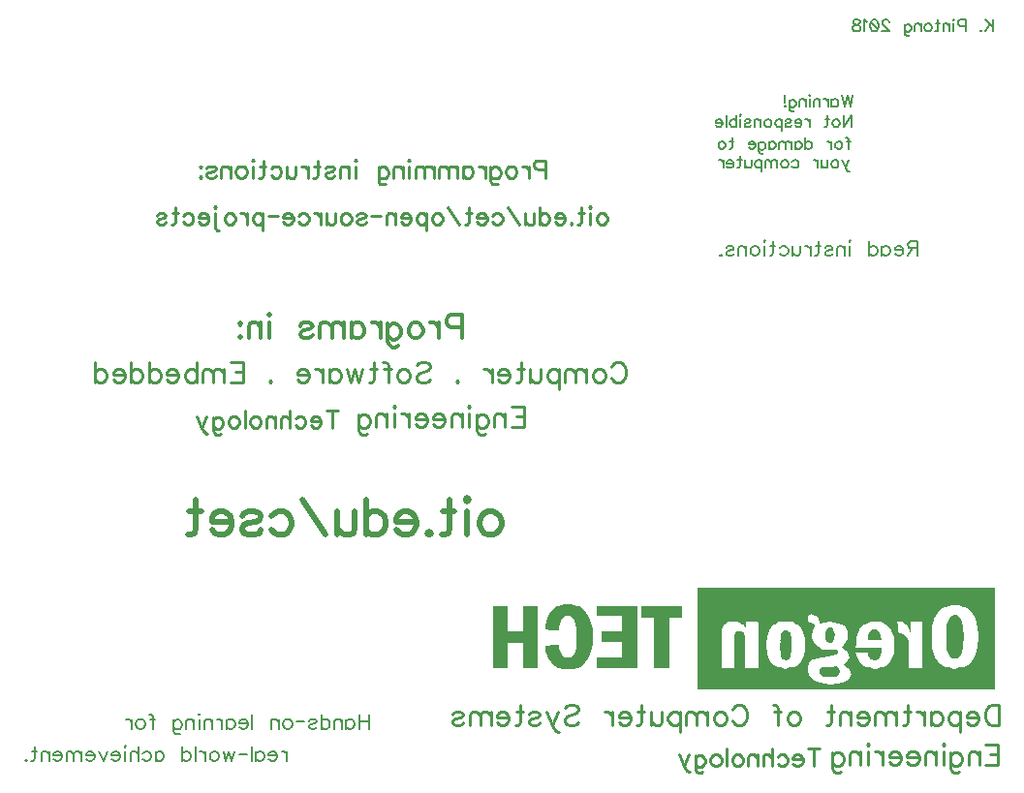
<source format=gbr>
G04 DipTrace 3.0.0.2*
G04 BottomSilk.gbr*
%MOMM*%
G04 #@! TF.FileFunction,Legend,Bot*
G04 #@! TF.Part,Single*
%ADD12C,0.0762*%
%ADD86C,0.15686*%
%ADD87C,0.31373*%
%ADD88C,0.23529*%
%ADD89C,0.27451*%
%ADD91C,0.19608*%
%ADD92C,0.47059*%
%FSLAX35Y35*%
G04*
G71*
G90*
G75*
G01*
G04 BotSilk*
%LPD*%
X7264390Y2967990D2*
D12*
X9862810D1*
X7264390Y2960370D2*
X9862810D1*
X7264390Y2952750D2*
X9862810D1*
X7264390Y2945130D2*
X9862810D1*
X7264390Y2937510D2*
X9862810D1*
X7264390Y2929890D2*
X9862810D1*
X7264390Y2922270D2*
X9862810D1*
X7264390Y2914650D2*
X9862810D1*
X7264390Y2907030D2*
X9862810D1*
X7264390Y2899410D2*
X9862810D1*
X7264390Y2891790D2*
X9862810D1*
X7264390Y2884170D2*
X9862810D1*
X7264390Y2876550D2*
X9862810D1*
X7264390Y2868930D2*
X9862810D1*
X7264390Y2861310D2*
X9862810D1*
X7264390Y2853690D2*
X9862810D1*
X7264390Y2846070D2*
X9862810D1*
X7264390Y2838450D2*
X9862810D1*
X7264390Y2830830D2*
X9862810D1*
X6098530Y2823210D2*
X6159490D1*
X7264390D2*
X9862810D1*
X6074853Y2815590D2*
X6185772D1*
X7264390D2*
X9459300D1*
X9574398D2*
X9862810D1*
X5481310Y2807970D2*
X5603230D1*
X5740390D2*
X5862310D1*
X6053925D2*
X6208968D1*
X6388090D2*
X6730990D1*
X6776710D2*
X7127230D1*
X7264390D2*
X9438012D1*
X9591229D2*
X9862810D1*
X5481310Y2800350D2*
X5603230D1*
X5740390D2*
X5862310D1*
X6037050D2*
X6227287D1*
X6388090D2*
X6730990D1*
X6776710D2*
X7127230D1*
X7264390D2*
X9419516D1*
X9607174D2*
X9862810D1*
X5481310Y2792730D2*
X5603230D1*
X5740390D2*
X5862310D1*
X6023752D2*
X6241332D1*
X6388090D2*
X6730990D1*
X6776710D2*
X7127230D1*
X7264390D2*
X9404797D1*
X9620654D2*
X9862810D1*
X5481310Y2785110D2*
X5603230D1*
X5740390D2*
X5862310D1*
X6012917D2*
X6252473D1*
X6388090D2*
X6730990D1*
X6776710D2*
X7127230D1*
X7264390D2*
X9393361D1*
X9631585D2*
X9862810D1*
X5481310Y2777490D2*
X5603230D1*
X5740390D2*
X5862310D1*
X6003239D2*
X6262051D1*
X6388090D2*
X6730990D1*
X6776710D2*
X7127230D1*
X7264390D2*
X9383991D1*
X9641010D2*
X9862810D1*
X5481310Y2769870D2*
X5603230D1*
X5740390D2*
X5862310D1*
X5994209D2*
X6270431D1*
X6388090D2*
X6730990D1*
X6776710D2*
X7127230D1*
X7264390D2*
X9375858D1*
X9650004D2*
X9862810D1*
X5481310Y2762250D2*
X5603230D1*
X5740390D2*
X5862310D1*
X5986517D2*
X6277318D1*
X6388090D2*
X6730990D1*
X6776710D2*
X7127230D1*
X7264390D2*
X9368677D1*
X9658713D2*
X9862810D1*
X5481310Y2754630D2*
X5603230D1*
X5740390D2*
X5862310D1*
X5980457D2*
X6283523D1*
X6388090D2*
X6730990D1*
X6776710D2*
X7127230D1*
X7264390D2*
X9362100D1*
X9666263D2*
X9862810D1*
X5481310Y2747010D2*
X5603230D1*
X5740390D2*
X5862310D1*
X5975774D2*
X6289775D1*
X6388090D2*
X6730990D1*
X6776710D2*
X7127230D1*
X7264390D2*
X9355810D1*
X9672055D2*
X9862810D1*
X5481310Y2739390D2*
X5603230D1*
X5740390D2*
X5862310D1*
X5972173D2*
X6295556D1*
X6388090D2*
X6730990D1*
X6776710D2*
X7127230D1*
X7264390D2*
X8242745D1*
X8274855D2*
X9350378D1*
X9676268D2*
X9862810D1*
X5481310Y2731770D2*
X5603230D1*
X5740390D2*
X5862310D1*
X5969027D2*
X6300069D1*
X6388090D2*
X6730990D1*
X6776710D2*
X7127230D1*
X7264390D2*
X8232443D1*
X8291388D2*
X9346178D1*
X9679700D2*
X9862810D1*
X5481310Y2724150D2*
X5603230D1*
X5740390D2*
X5862310D1*
X5965296D2*
X6303523D1*
X6388090D2*
X6730990D1*
X6776710D2*
X7127230D1*
X7264390D2*
X8228381D1*
X8304082D2*
X9342427D1*
X9504670D2*
X9519910D1*
X9683552D2*
X9862810D1*
X5481310Y2716530D2*
X5603230D1*
X5740390D2*
X5862310D1*
X5961108D2*
X6097643D1*
X6160377D2*
X6306813D1*
X6609070D2*
X6730990D1*
X6776710D2*
X7127230D1*
X7264390D2*
X8226166D1*
X8313879D2*
X9338507D1*
X9491218D2*
X9533623D1*
X9687815D2*
X9862810D1*
X5481310Y2708910D2*
X5603230D1*
X5740390D2*
X5862310D1*
X5957632D2*
X6089110D1*
X6168910D2*
X6310288D1*
X6609070D2*
X6730990D1*
X6776710D2*
X7127230D1*
X7264390D2*
X8225161D1*
X8321301D2*
X9334086D1*
X9480148D2*
X9545431D1*
X9691547D2*
X9862810D1*
X5481310Y2701290D2*
X5603230D1*
X5740390D2*
X5862310D1*
X5955266D2*
X6081373D1*
X6176647D2*
X6313918D1*
X6609070D2*
X6730990D1*
X6891010D2*
X7012930D1*
X7264390D2*
X8224751D1*
X8327082D2*
X9329488D1*
X9472100D2*
X9554602D1*
X9694651D2*
X9862810D1*
X5481310Y2693670D2*
X5603230D1*
X5740390D2*
X5862310D1*
X5953243D2*
X6074671D1*
X6183349D2*
X6317627D1*
X6609070D2*
X6730990D1*
X6891010D2*
X7012930D1*
X7264390D2*
X8224595D1*
X8329223D2*
X9325841D1*
X9466435D2*
X9561337D1*
X9697798D2*
X9862810D1*
X5481310Y2686050D2*
X5603230D1*
X5740390D2*
X5862310D1*
X5950954D2*
X6068940D1*
X6189110D2*
X6321132D1*
X6609070D2*
X6730990D1*
X6891010D2*
X7012930D1*
X7264390D2*
X8224539D1*
X8330659D2*
X9323628D1*
X9462435D2*
X9566270D1*
X9701188D2*
X9862810D1*
X5481310Y2678430D2*
X5603230D1*
X5740390D2*
X5862310D1*
X5948783D2*
X6064767D1*
X6193521D2*
X6323966D1*
X6609070D2*
X6730990D1*
X6891010D2*
X7012930D1*
X7264390D2*
X8224519D1*
X8332355D2*
X8423415D1*
X8421525D2*
X9322274D1*
X9459355D2*
X9569680D1*
X9704530D2*
X9862810D1*
X5481310Y2670810D2*
X5603230D1*
X5740390D2*
X5862310D1*
X5947115D2*
X6062116D1*
X6196875D2*
X6325940D1*
X6609070D2*
X6730990D1*
X6891010D2*
X7012930D1*
X7264390D2*
X7522292D1*
X7629540D2*
X7683490D1*
X7796002D2*
X7963962D1*
X8104975D2*
X8224510D1*
X8335176D2*
X8378498D1*
X8464183D2*
X8758200D1*
X8881037D2*
X9000252D1*
X9063888D2*
X9123670D1*
X9231751D2*
X9320826D1*
X9456262D2*
X9571626D1*
X9707262D2*
X9862810D1*
X5481310Y2663190D2*
X5603230D1*
X5740390D2*
X5862310D1*
X5945411D2*
X6059984D1*
X6199861D2*
X6327772D1*
X6609070D2*
X6730990D1*
X6891010D2*
X7012930D1*
X7264390D2*
X7512813D1*
X7642559D2*
X7683490D1*
X7800521D2*
X7953476D1*
X8116641D2*
X8249397D1*
X8338810D2*
D3*
X8495322D2*
X8743967D1*
X8890814D2*
X9004709D1*
X9073397D2*
X9123670D1*
X9234425D2*
X9318779D1*
X9452905D2*
X9572605D1*
X9708940D2*
X9862810D1*
X5481310Y2655570D2*
X5603230D1*
X5740390D2*
X5862310D1*
X5943254D2*
X6057654D1*
X6202319D2*
X6330008D1*
X6609070D2*
X6730990D1*
X6891010D2*
X7012930D1*
X7264390D2*
X7503518D1*
X7653115D2*
X7683490D1*
X7800467D2*
X7942057D1*
X8129148D2*
X8266685D1*
X8517086D2*
X8730851D1*
X8901378D2*
X9007261D1*
X9082960D2*
X9123670D1*
X9237970D2*
X9316484D1*
X9449579D2*
X9573286D1*
X9709789D2*
X9862810D1*
X5481310Y2647950D2*
X5603230D1*
X5740390D2*
X5862310D1*
X5941164D2*
X6055469D1*
X6203850D2*
X6332384D1*
X6609070D2*
X6730990D1*
X6891010D2*
X7012930D1*
X7264390D2*
X7495802D1*
X7662039D2*
X7683490D1*
X7799556D2*
X7931148D1*
X8140995D2*
X8278703D1*
X8532522D2*
X8718834D1*
X8912158D2*
X9008498D1*
X9091647D2*
X9123670D1*
X9234453D2*
X9314158D1*
X9446854D2*
X9574422D1*
X9710196D2*
X9862810D1*
X5481310Y2640330D2*
X5603230D1*
X5740390D2*
X5862310D1*
X5939783D2*
X6053797D1*
X6204662D2*
X6334743D1*
X6609070D2*
X6730990D1*
X6891010D2*
X7012930D1*
X7264390D2*
X7490270D1*
X7670282D2*
X7683490D1*
X7798713D2*
X7921521D1*
X8151014D2*
X8282779D1*
X8544196D2*
X8708016D1*
X8922440D2*
X9009034D1*
X9098974D2*
X9123670D1*
X9232264D2*
X9311618D1*
X9445179D2*
X9576310D1*
X9710617D2*
X9862810D1*
X5481310Y2632710D2*
X5603230D1*
X5740390D2*
X5862310D1*
X5939057D2*
X6052092D1*
X6205280D2*
X6337296D1*
X6609070D2*
X6730990D1*
X6891010D2*
X7012930D1*
X7264390D2*
X7486135D1*
X7677375D2*
X7683490D1*
X7798208D2*
X7913138D1*
X8158755D2*
X8283040D1*
X8553016D2*
X8698560D1*
X8931683D2*
X9009247D1*
X9104795D2*
X9123670D1*
X9231157D2*
X9309338D1*
X9444331D2*
X9578286D1*
X9711647D2*
X9862810D1*
X5481310Y2625090D2*
X5603230D1*
X5740390D2*
X5862310D1*
X5938727D2*
X6049933D1*
X6206394D2*
X6339580D1*
X6609070D2*
X6730990D1*
X6891010D2*
X7012930D1*
X7264390D2*
X7481961D1*
X7683490D2*
D3*
X7797961D2*
X7906033D1*
X8165128D2*
X8281587D1*
X8559529D2*
X8690288D1*
X8939875D2*
X9009327D1*
X9109356D2*
X9123670D1*
X9230665D2*
X9307874D1*
X9443954D2*
X9579623D1*
X9713493D2*
X9862810D1*
X5481310Y2617470D2*
X5603230D1*
X5740390D2*
X5862310D1*
X5938586D2*
X6047823D1*
X6208274D2*
X6341045D1*
X6609070D2*
X6730990D1*
X6891010D2*
X7012930D1*
X7264390D2*
X7477594D1*
X7797856D2*
X7900082D1*
X8170844D2*
X8278683D1*
X8407390D2*
X8437870D1*
X8564624D2*
X8683265D1*
X8946869D2*
X9009355D1*
X9112873D2*
X9123670D1*
X9230467D2*
X9307116D1*
X9443800D2*
X9580332D1*
X9715454D2*
X9862810D1*
X5481310Y2609850D2*
X5603230D1*
X5740390D2*
X5862310D1*
X5938510D2*
X6046325D1*
X6210247D2*
X6341804D1*
X6609070D2*
X6730990D1*
X6891010D2*
X7012930D1*
X7264390D2*
X7474079D1*
X7797814D2*
X7894643D1*
X8175836D2*
X8274669D1*
X8400977D2*
X8440765D1*
X8568973D2*
X8677606D1*
X8952549D2*
X9009365D1*
X9115734D2*
X9123670D1*
X9230391D2*
X9306774D1*
X9443742D2*
X9580656D1*
X9716785D2*
X9862810D1*
X5481310Y2602230D2*
X5603230D1*
X5740390D2*
X5862310D1*
X5991850D2*
X6045190D1*
X6211583D2*
X6342146D1*
X6609070D2*
X6730990D1*
X6891010D2*
X7012930D1*
X7264390D2*
X7471957D1*
X7797798D2*
X7889566D1*
X8180243D2*
X8270225D1*
X8395544D2*
X8444010D1*
X8572975D2*
X8673117D1*
X8796010D2*
X8826490D1*
X8957272D2*
X9009368D1*
X9118552D2*
X9123670D1*
X9230364D2*
X9306633D1*
X9443721D2*
X9580790D1*
X9717522D2*
X9862810D1*
X5481310Y2594610D2*
X5603230D1*
X5740390D2*
X5862310D1*
X6212292D2*
X6342287D1*
X6609070D2*
X6730990D1*
X6891010D2*
X7012930D1*
X7264390D2*
X7470896D1*
X7797793D2*
X7885470D1*
X8018770D2*
X8049250D1*
X8184300D2*
X8266633D1*
X8391166D2*
X8447310D1*
X8576591D2*
X8669630D1*
X8786080D2*
X8836160D1*
X8961461D2*
X9009370D1*
X9121240D2*
X9123670D1*
X9230355D2*
X9306580D1*
X9443714D2*
X9580871D1*
X9718114D2*
X9862810D1*
X5481310Y2586990D2*
X5862310D1*
X6212616D2*
X6342340D1*
X6433810D2*
X6730990D1*
X6891010D2*
X7012930D1*
X7264390D2*
X7470429D1*
X7607290D2*
X7653010D1*
X7797791D2*
X7882246D1*
X8011445D2*
X8057977D1*
X8187948D2*
X8264468D1*
X8387974D2*
X8450279D1*
X8579435D2*
X8666756D1*
X8778429D2*
X8843072D1*
X8965189D2*
X9009370D1*
X9123670D2*
D3*
X9230352D2*
X9306560D1*
X9443711D2*
X9581158D1*
X9719219D2*
X9862810D1*
X5481310Y2579370D2*
X5862310D1*
X6212750D2*
X6342360D1*
X6433810D2*
X6730990D1*
X6891010D2*
X7012930D1*
X7264390D2*
X7470240D1*
X7602595D2*
X7659132D1*
X7797790D2*
X7879311D1*
X8006091D2*
X8065675D1*
X8190836D2*
X8263359D1*
X8386110D2*
X8452915D1*
X8581156D2*
X8663740D1*
X8772675D2*
X8847733D1*
X8968334D2*
X9009370D1*
X9230350D2*
X9306553D1*
X9443710D2*
X9582135D1*
X9721095D2*
X9862810D1*
X5481310Y2571750D2*
X5862310D1*
X6212801D2*
X6342367D1*
X6433810D2*
X6730990D1*
X6891010D2*
X7012930D1*
X7264390D2*
X7470169D1*
X7598517D2*
X7663619D1*
X7797790D2*
X7876871D1*
X8002050D2*
X8068971D1*
X8192830D2*
X8262593D1*
X8385190D2*
X8455585D1*
X8582020D2*
X8660411D1*
X8768021D2*
X8851554D1*
X8971068D2*
X9009370D1*
X9230350D2*
X9306551D1*
X9443710D2*
X9583963D1*
X9723068D2*
X9862810D1*
X5481310Y2564130D2*
X5862310D1*
X6212820D2*
X6342369D1*
X6433810D2*
X6730990D1*
X6891010D2*
X7012930D1*
X7264390D2*
X7470143D1*
X7595437D2*
X7666438D1*
X7797790D2*
X7875317D1*
X7999114D2*
X8071041D1*
X8194698D2*
X8261224D1*
X8384787D2*
X8457885D1*
X8582404D2*
X8657095D1*
X8764133D2*
X8855213D1*
X8974030D2*
X9034842D1*
X9230350D2*
X9306550D1*
X9443710D2*
X9585917D1*
X9724403D2*
X9862810D1*
X5481310Y2556510D2*
X5862310D1*
X6212827D2*
X6342370D1*
X6433810D2*
X6730990D1*
X6891010D2*
X7012930D1*
X7264390D2*
X7470134D1*
X7593611D2*
X7668647D1*
X7797790D2*
X7874269D1*
X7997387D2*
X8072838D1*
X8197175D2*
X8258545D1*
X8384625D2*
X8459099D1*
X8582559D2*
X8654373D1*
X8761184D2*
X8858656D1*
X8977339D2*
X9055344D1*
X9230350D2*
X9306550D1*
X9443710D2*
X9587246D1*
X9725112D2*
X9862810D1*
X5481310Y2548890D2*
X5862310D1*
X6212829D2*
X6342370D1*
X6433810D2*
X6730990D1*
X6891010D2*
X7012930D1*
X7264390D2*
X7470131D1*
X7592704D2*
X7671007D1*
X7797790D2*
X7872949D1*
X7996529D2*
X8075003D1*
X8200255D2*
X8254990D1*
X8384563D2*
X8458892D1*
X8582588D2*
X8652699D1*
X8759425D2*
X8861423D1*
X8980649D2*
X9070543D1*
X9230350D2*
X9306550D1*
X9443710D2*
X9587953D1*
X9725436D2*
X9862810D1*
X5481310Y2541270D2*
X5862310D1*
X6212830D2*
X6342370D1*
X6433810D2*
X6730990D1*
X6891010D2*
X7012930D1*
X7264390D2*
X7470130D1*
X7592305D2*
X7673174D1*
X7797790D2*
X7870981D1*
X7996122D2*
X8077086D1*
X8203468D2*
X8258507D1*
X8384571D2*
X8457382D1*
X8582341D2*
X8651851D1*
X8758546D2*
X8863114D1*
X8983368D2*
X9081208D1*
X9230350D2*
X9306550D1*
X9443710D2*
X9588276D1*
X9725570D2*
X9862810D1*
X5481310Y2533650D2*
X5862310D1*
X6212830D2*
X6342370D1*
X6433810D2*
X6730990D1*
X6891010D2*
X7012930D1*
X7264390D2*
X7470130D1*
X7592144D2*
X7674583D1*
X7797790D2*
X7868943D1*
X7995702D2*
X8078462D1*
X8206150D2*
X8260726D1*
X8384831D2*
X8455301D1*
X8581348D2*
X8651474D1*
X8758158D2*
X8863969D1*
X8985042D2*
X9088575D1*
X9230350D2*
X9306550D1*
X9443710D2*
X9588380D1*
X9725592D2*
X9862810D1*
X5481310Y2526030D2*
X5862310D1*
X6212830D2*
X6342370D1*
X6433810D2*
X6730990D1*
X6891010D2*
X7012930D1*
X7264390D2*
X7470130D1*
X7592083D2*
X7675318D1*
X7797790D2*
X7867326D1*
X7994703D2*
X8079185D1*
X8207809D2*
X8262101D1*
X8385830D2*
X8453025D1*
X8579257D2*
X8651290D1*
X8757997D2*
X8864362D1*
X8985889D2*
X9094003D1*
X9230350D2*
X9306550D1*
X9443710D2*
X9588164D1*
X9725342D2*
X9862810D1*
X5481310Y2518410D2*
X5862310D1*
X6212830D2*
X6342370D1*
X6433810D2*
X6730990D1*
X6891010D2*
X7012930D1*
X7264390D2*
X7470130D1*
X7592061D2*
X7675651D1*
X7797790D2*
X7865642D1*
X7993146D2*
X8079514D1*
X8208652D2*
X8263593D1*
X8387952D2*
X8450245D1*
X8576333D2*
X8650942D1*
X8757910D2*
X8864590D1*
X8986267D2*
X9098467D1*
X9230350D2*
X9306550D1*
X9443710D2*
X9587211D1*
X9724378D2*
X9862810D1*
X5481310Y2510790D2*
X5862310D1*
X6212830D2*
X6342370D1*
X6433810D2*
X6730990D1*
X6891010D2*
X7012930D1*
X7264390D2*
X7470130D1*
X7592054D2*
X7675788D1*
X7797790D2*
X7863491D1*
X7991676D2*
X8079649D1*
X8209027D2*
X8265915D1*
X8391172D2*
X8446998D1*
X8573150D2*
X8649743D1*
X8986420D2*
X9102266D1*
X9230350D2*
X9306550D1*
X9443710D2*
X9585393D1*
X9722555D2*
X9862810D1*
X5481310Y2503170D2*
X5862310D1*
X6212830D2*
X6342370D1*
X6433810D2*
X6730990D1*
X6891010D2*
X7012930D1*
X7264390D2*
X7470130D1*
X7592051D2*
X7675841D1*
X7797790D2*
X7861403D1*
X7993334D2*
X8079731D1*
X8209180D2*
X8269183D1*
X8395574D2*
X8443643D1*
X8570192D2*
X8647131D1*
X8986478D2*
X9105178D1*
X9230350D2*
X9306550D1*
X9443710D2*
X9583441D1*
X9720602D2*
X9862810D1*
X5481310Y2495550D2*
X5862310D1*
X6212830D2*
X6342370D1*
X6609070D2*
X6730990D1*
X6891010D2*
X7012930D1*
X7264390D2*
X7470130D1*
X7592050D2*
X7675860D1*
X7797790D2*
X7860022D1*
X7995910D2*
X8080018D1*
X8209238D2*
X8273365D1*
X8401193D2*
X8440576D1*
X8567271D2*
X8643610D1*
X8986499D2*
X9106923D1*
X9230350D2*
X9306550D1*
X9443710D2*
X9582113D1*
X9719273D2*
X9862810D1*
X5481310Y2487930D2*
X5862310D1*
X6212830D2*
X6342370D1*
X6609070D2*
X6730990D1*
X6891010D2*
X7012930D1*
X7264390D2*
X7470130D1*
X7592050D2*
X7675867D1*
X7797790D2*
X7859297D1*
X7992393D2*
X8080966D1*
X8209259D2*
X8278187D1*
X8407390D2*
X8437870D1*
X8563307D2*
X8651230D1*
X8986506D2*
X9107796D1*
X9230350D2*
X9306550D1*
X9443710D2*
X9581407D1*
X9718537D2*
X9862810D1*
X5481310Y2480310D2*
X5603230D1*
X5740390D2*
X5862310D1*
X6212800D2*
X6342340D1*
X6609070D2*
X6730990D1*
X6891010D2*
X7012930D1*
X7264390D2*
X7470130D1*
X7592050D2*
X7675869D1*
X7797790D2*
X7858967D1*
X7990204D2*
X8082525D1*
X8209266D2*
X8283333D1*
X8557647D2*
X8647713D1*
X8986509D2*
X9108182D1*
X9230350D2*
X9306550D1*
X9443710D2*
X9581084D1*
X9717946D2*
X9862810D1*
X5481310Y2472690D2*
X5603230D1*
X5740390D2*
X5862310D1*
X6212532D2*
X6342072D1*
X6609070D2*
X6730990D1*
X6891010D2*
X7012930D1*
X7264390D2*
X7470130D1*
X7592050D2*
X7675870D1*
X7797790D2*
X7858831D1*
X7989097D2*
X8083508D1*
X8209269D2*
X8289627D1*
X8550474D2*
X8645524D1*
X8986510D2*
X9108338D1*
X9230350D2*
X9306550D1*
X9443710D2*
X9580950D1*
X9716841D2*
X9862810D1*
X5481310Y2465070D2*
X5603230D1*
X5740390D2*
X5862310D1*
X6014710D2*
X6045190D1*
X6211561D2*
X6341101D1*
X6609070D2*
X6730990D1*
X6891010D2*
X7012930D1*
X7264390D2*
X7470130D1*
X7592050D2*
X7675870D1*
X7797790D2*
X7858779D1*
X7988605D2*
X8083013D1*
X8209270D2*
X8298117D1*
X8542943D2*
X8644417D1*
X8986510D2*
X9108398D1*
X9230350D2*
X9306580D1*
X9443710D2*
X9580869D1*
X9714965D2*
X9862810D1*
X5481310Y2457450D2*
X5603230D1*
X5740390D2*
X5862310D1*
X5938510D2*
X6046368D1*
X6209736D2*
X6339276D1*
X6609070D2*
X6730990D1*
X6891010D2*
X7012930D1*
X7264390D2*
X7470130D1*
X7592050D2*
X7675870D1*
X7797790D2*
X7858790D1*
X7988407D2*
X8081766D1*
X8209270D2*
X8308865D1*
X8536804D2*
X8643925D1*
X8986510D2*
X9108419D1*
X9230350D2*
X9306848D1*
X9443710D2*
X9580582D1*
X9712992D2*
X9862810D1*
X5481310Y2449830D2*
X5603230D1*
X5740390D2*
X5862310D1*
X5938510D2*
X6048287D1*
X6207783D2*
X6337293D1*
X6609070D2*
X6730990D1*
X6891010D2*
X7012930D1*
X7264390D2*
X7470130D1*
X7592050D2*
X7675870D1*
X7797790D2*
X7859051D1*
X7988361D2*
X8080760D1*
X8209270D2*
X8321122D1*
X8532047D2*
X8643720D1*
X8986510D2*
X9108426D1*
X9230350D2*
X9307819D1*
X9443740D2*
X9579605D1*
X9711657D2*
X9862810D1*
X5481310Y2442210D2*
X5603230D1*
X5740390D2*
X5862310D1*
X5938510D2*
X6050527D1*
X6206454D2*
X6335696D1*
X6609070D2*
X6730990D1*
X6891010D2*
X7012930D1*
X7264390D2*
X7470130D1*
X7592050D2*
X7675870D1*
X7797790D2*
X7860020D1*
X7988602D2*
X8080187D1*
X8209270D2*
X8333255D1*
X8541008D2*
X8864590D1*
X8986510D2*
X9108429D1*
X9230350D2*
X9309674D1*
X9444008D2*
X9577777D1*
X9710948D2*
X9862810D1*
X5481310Y2434590D2*
X5603230D1*
X5740390D2*
X5862310D1*
X5938510D2*
X6052833D1*
X6205717D2*
X6334018D1*
X6609070D2*
X6730990D1*
X6891010D2*
X7012930D1*
X7264390D2*
X7470130D1*
X7592050D2*
X7675870D1*
X7797790D2*
X7861844D1*
X7989563D2*
X8079915D1*
X8209240D2*
X8344044D1*
X8550110D2*
X8864590D1*
X8986510D2*
X9108430D1*
X9230350D2*
X9311895D1*
X9445009D2*
X9575823D1*
X9710594D2*
X9862810D1*
X5481310Y2426970D2*
X5603230D1*
X5740390D2*
X5862310D1*
X5938540D2*
X6055396D1*
X6205126D2*
X6331870D1*
X6609070D2*
X6730990D1*
X6891010D2*
X7012930D1*
X7264390D2*
X7470130D1*
X7592050D2*
X7675870D1*
X7797790D2*
X7863798D1*
X7991385D2*
X8079800D1*
X8208972D2*
X8475970D1*
X8558747D2*
X8864590D1*
X8986510D2*
X9108430D1*
X9230350D2*
X9314195D1*
X9447101D2*
X9574464D1*
X9710192D2*
X9862810D1*
X5481310Y2419350D2*
X5603230D1*
X5740390D2*
X5862310D1*
X5938837D2*
X6057971D1*
X6204021D2*
X6329753D1*
X6609070D2*
X6730990D1*
X6891010D2*
X7012930D1*
X7264390D2*
X7470130D1*
X7592050D2*
X7675870D1*
X7797790D2*
X7865156D1*
X7993338D2*
X8079726D1*
X8208001D2*
X8483005D1*
X8566670D2*
X8864590D1*
X8986510D2*
X9108430D1*
X9230350D2*
X9316727D1*
X9450026D2*
X9573489D1*
X9709140D2*
X9862810D1*
X5481310Y2411730D2*
X5603230D1*
X5740390D2*
X5862310D1*
X5940076D2*
X6060673D1*
X6202085D2*
X6328104D1*
X6609070D2*
X6730990D1*
X6891010D2*
X7012930D1*
X7264390D2*
X7470130D1*
X7592050D2*
X7675870D1*
X7797790D2*
X7866131D1*
X7994667D2*
X8079441D1*
X8206176D2*
X8488215D1*
X8573554D2*
X8864590D1*
X8986480D2*
X9108430D1*
X9230350D2*
X9319034D1*
X9453210D2*
X9572195D1*
X9707028D2*
X9862810D1*
X5481310Y2404110D2*
X5603230D1*
X5740390D2*
X5862310D1*
X5942873D2*
X6064257D1*
X6199577D2*
X6326378D1*
X6609070D2*
X6730990D1*
X6891010D2*
X7012930D1*
X7264390D2*
X7470130D1*
X7592050D2*
X7675870D1*
X7797790D2*
X7867425D1*
X7995373D2*
X8078464D1*
X8204193D2*
X8489497D1*
X8579162D2*
X8864560D1*
X8986212D2*
X9108430D1*
X9230350D2*
X9320764D1*
X9456138D2*
X9570177D1*
X9704097D2*
X9862810D1*
X5481310Y2396490D2*
X5603230D1*
X5740390D2*
X5862310D1*
X5946651D2*
X6068675D1*
X6196240D2*
X6323956D1*
X6609070D2*
X6730990D1*
X6891010D2*
X7012930D1*
X7264390D2*
X7470130D1*
X7592050D2*
X7675870D1*
X7797790D2*
X7869384D1*
X7995696D2*
X8076637D1*
X8202596D2*
X8490064D1*
X8583632D2*
X8642112D1*
X8757940D2*
X8864292D1*
X8985211D2*
X9108430D1*
X9230350D2*
X9322523D1*
X9458791D2*
X9567636D1*
X9700911D2*
X9862810D1*
X5481310Y2388870D2*
X5603230D1*
X5740390D2*
X5862310D1*
X5949964D2*
X6073365D1*
X6191298D2*
X6320865D1*
X6609070D2*
X6730990D1*
X6891010D2*
X7012930D1*
X7264390D2*
X7470130D1*
X7592050D2*
X7675870D1*
X7797790D2*
X7871419D1*
X7995860D2*
X8074683D1*
X8200918D2*
X8473480D1*
X8587113D2*
X8646599D1*
X8758237D2*
X8863291D1*
X8983119D2*
X9108430D1*
X9230350D2*
X9324958D1*
X9461784D2*
X9564286D1*
X9697952D2*
X9862810D1*
X5481310Y2381250D2*
X5603230D1*
X5740390D2*
X5862310D1*
X5952297D2*
X6078529D1*
X6184672D2*
X6317391D1*
X6609070D2*
X6730990D1*
X6891010D2*
X7012930D1*
X7264390D2*
X7470130D1*
X7592050D2*
X7675870D1*
X7797790D2*
X7873034D1*
X7996179D2*
X8073324D1*
X8198770D2*
X8444136D1*
X8589926D2*
X8649418D1*
X8759476D2*
X8861199D1*
X8980194D2*
X9108430D1*
X9230350D2*
X9328023D1*
X9465670D2*
X9559340D1*
X9695061D2*
X9862810D1*
X5481310Y2373630D2*
X5603230D1*
X5740390D2*
X5862310D1*
X5954566D2*
X6084504D1*
X6176435D2*
X6313741D1*
X6609070D2*
X6730990D1*
X6891010D2*
X7012930D1*
X7264390D2*
X7470130D1*
X7592050D2*
X7675870D1*
X7797790D2*
X7874719D1*
X7997199D2*
X8072320D1*
X8196653D2*
X8402010D1*
X8592405D2*
X8651657D1*
X8762302D2*
X8858244D1*
X8977010D2*
X9108430D1*
X9230350D2*
X9331260D1*
X9471401D2*
X9552713D1*
X9691424D2*
X9862810D1*
X5481310Y2366010D2*
X5603230D1*
X5740390D2*
X5862310D1*
X5957849D2*
X6090910D1*
X6167110D2*
X6310197D1*
X6609070D2*
X6730990D1*
X6891010D2*
X7012930D1*
X7264390D2*
X7470130D1*
X7592050D2*
X7675870D1*
X7797790D2*
X7876899D1*
X7999387D2*
X8070698D1*
X8194975D2*
X8344830D1*
X8354050D2*
D3*
X8594432D2*
X8654285D1*
X8766438D2*
X8854733D1*
X8974052D2*
X9108430D1*
X9230350D2*
X9334238D1*
X9479685D2*
X9544476D1*
X9687241D2*
X9862810D1*
X5481310Y2358390D2*
X5603230D1*
X5740390D2*
X5862310D1*
X5962080D2*
X6306865D1*
X6388090D2*
X6730990D1*
X6891010D2*
X7012930D1*
X7264390D2*
X7470130D1*
X7592050D2*
X7675870D1*
X7797790D2*
X7879255D1*
X8003191D2*
X8068063D1*
X8193010D2*
X8312062D1*
X8593328D2*
X8657423D1*
X8771569D2*
X8850225D1*
X8971161D2*
X9108430D1*
X9230350D2*
X9337136D1*
X9489430D2*
X9535150D1*
X9683538D2*
X9862810D1*
X5481310Y2350770D2*
X5603230D1*
X5740390D2*
X5862310D1*
X5966434D2*
X6303189D1*
X6388090D2*
X6730990D1*
X6891010D2*
X7012930D1*
X7264390D2*
X7470130D1*
X7592050D2*
X7675870D1*
X7797790D2*
X7881636D1*
X8008513D2*
X8061132D1*
X8189855D2*
X8287883D1*
X8591016D2*
X8660687D1*
X8779033D2*
X8844503D1*
X8967495D2*
X9108430D1*
X9230350D2*
X9340804D1*
X9680414D2*
X9862810D1*
X5481310Y2343150D2*
X5603230D1*
X5740390D2*
X5862310D1*
X5970618D2*
X6298382D1*
X6388090D2*
X6730990D1*
X6891010D2*
X7012930D1*
X7264390D2*
X7470130D1*
X7592050D2*
X7675870D1*
X7797790D2*
X7884455D1*
X8020419D2*
X8052025D1*
X8185642D2*
X8270786D1*
X8587878D2*
X8663644D1*
X8790199D2*
X8832517D1*
X8963073D2*
X9108430D1*
X9230350D2*
X9345256D1*
X9677002D2*
X9862810D1*
X5481310Y2335530D2*
X5603230D1*
X5740390D2*
X5862310D1*
X5974879D2*
X6292854D1*
X6388090D2*
X6730990D1*
X6891010D2*
X7012930D1*
X7264390D2*
X7470130D1*
X7592050D2*
X7675870D1*
X7797790D2*
X7887769D1*
X8034010D2*
X8041630D1*
X8181069D2*
X8258483D1*
X8584082D2*
X8666336D1*
X8803630D2*
X8818870D1*
X8958637D2*
X9108430D1*
X9230350D2*
X9349960D1*
X9672613D2*
X9862810D1*
X5481310Y2327910D2*
X5603230D1*
X5740390D2*
X5862310D1*
X5979761D2*
X6287186D1*
X6388090D2*
X6730990D1*
X6891010D2*
X7012930D1*
X7264390D2*
X7470130D1*
X7592050D2*
X7675870D1*
X7797790D2*
X7891624D1*
X8176188D2*
X8249064D1*
X8579358D2*
X8669570D1*
X8954421D2*
X9108430D1*
X9230350D2*
X9355177D1*
X9667148D2*
X9862810D1*
X5481310Y2320290D2*
X5603230D1*
X5740390D2*
X5862310D1*
X5985731D2*
X6281370D1*
X6388090D2*
X6730990D1*
X6891010D2*
X7012930D1*
X7264390D2*
X7470130D1*
X7592050D2*
X7675870D1*
X7797790D2*
X7896577D1*
X8171075D2*
X8241826D1*
X8573200D2*
X8674140D1*
X8950148D2*
X9108430D1*
X9230350D2*
X9361514D1*
X9661165D2*
X9862810D1*
X5481310Y2312670D2*
X5603230D1*
X5740390D2*
X5862310D1*
X5992740D2*
X6275180D1*
X6388090D2*
X6730990D1*
X6891010D2*
X7012930D1*
X7264390D2*
X7470130D1*
X7592050D2*
X7675870D1*
X7797790D2*
X7903196D1*
X8166035D2*
X8236704D1*
X8565279D2*
X8680570D1*
X8945231D2*
X9108430D1*
X9230350D2*
X9369087D1*
X9654796D2*
X9862810D1*
X5481310Y2305050D2*
X5603230D1*
X5740390D2*
X5862310D1*
X6000744D2*
X6267891D1*
X6388090D2*
X6730990D1*
X6891010D2*
X7012930D1*
X7264390D2*
X7470130D1*
X7592050D2*
X7675870D1*
X7797790D2*
X7911312D1*
X8160422D2*
X8233041D1*
X8555456D2*
X8688604D1*
X8938992D2*
X9108430D1*
X9230350D2*
X9377539D1*
X9647163D2*
X9862810D1*
X5481310Y2297430D2*
X5603230D1*
X5740390D2*
X5862310D1*
X6009630D2*
X6259159D1*
X6388090D2*
X6730990D1*
X6891010D2*
X7012930D1*
X7264390D2*
X7470130D1*
X7592050D2*
X7675870D1*
X7797790D2*
X7920396D1*
X8153006D2*
X8229931D1*
X8544550D2*
X8697654D1*
X8930952D2*
X9108430D1*
X9230350D2*
X9386682D1*
X9637724D2*
X9862810D1*
X5481310Y2289810D2*
X5603230D1*
X5740390D2*
X5862310D1*
X6019590D2*
X6248451D1*
X6388090D2*
X6730990D1*
X6891010D2*
X7012930D1*
X7264390D2*
X7470130D1*
X7592050D2*
X7675870D1*
X7797790D2*
X7930580D1*
X8142904D2*
X8227426D1*
X8553608D2*
X8707827D1*
X8920527D2*
X9108430D1*
X9230350D2*
X9397807D1*
X9626250D2*
X9862810D1*
X5481310Y2282190D2*
X5603230D1*
X5740390D2*
X5862310D1*
X6031774D2*
X6234566D1*
X6388090D2*
X6730990D1*
X6891010D2*
X7012930D1*
X7264390D2*
X7470130D1*
X7592050D2*
X7675870D1*
X7797790D2*
X7942750D1*
X8129129D2*
X8225879D1*
X8460730D2*
X8475970D1*
X8563826D2*
X8719992D1*
X8907142D2*
X9108430D1*
X9230350D2*
X9412819D1*
X9611721D2*
X9862810D1*
X5481310Y2274570D2*
X5603230D1*
X5740390D2*
X5862310D1*
X6046951D2*
X6217860D1*
X6388090D2*
X6730990D1*
X6891010D2*
X7012930D1*
X7264390D2*
X7470130D1*
X7592050D2*
X7675870D1*
X7797790D2*
X7959556D1*
X8109387D2*
X8225091D1*
X8354050D2*
X8484183D1*
X8574244D2*
X8736797D1*
X8889674D2*
X9108430D1*
X9230350D2*
X9433105D1*
X9591244D2*
X9862810D1*
X5481310Y2266950D2*
X5603230D1*
X5740390D2*
X5862310D1*
X6064525D2*
X6200127D1*
X6388090D2*
X6730990D1*
X6891010D2*
X7012930D1*
X7264390D2*
X7470130D1*
X7592050D2*
X7675870D1*
X7797790D2*
X7983247D1*
X8081734D2*
X8224739D1*
X8347637D2*
X8490478D1*
X8583060D2*
X8760487D1*
X8867196D2*
X9108430D1*
X9230350D2*
X9459453D1*
X9562179D2*
X9862810D1*
X6083290Y2259330D2*
X6182350D1*
X7264390D2*
X8011150D1*
X8049250D2*
X8224595D1*
X8342204D2*
X8494957D1*
X8589763D2*
X8788390D1*
X8841730D2*
X9489430D1*
X9527530D2*
X9862810D1*
X7264390Y2251710D2*
X8224570D1*
X8337826D2*
X8498458D1*
X8594962D2*
X9862810D1*
X7264390Y2244090D2*
X8224818D1*
X8334664D2*
X8502221D1*
X8599139D2*
X9862810D1*
X7264390Y2236470D2*
X8225782D1*
X8333068D2*
X8506450D1*
X8602489D2*
X9862810D1*
X7264390Y2228850D2*
X8227635D1*
X8332564D2*
X8502583D1*
X8605475D2*
X9862810D1*
X7264390Y2221230D2*
X8229855D1*
X8335341D2*
X8498832D1*
X8609019D2*
X9862810D1*
X7264390Y2213610D2*
X8232185D1*
X8339527D2*
X8493476D1*
X8613130D2*
X9862810D1*
X7264390Y2205990D2*
X8235014D1*
X8349712D2*
X8485488D1*
X8609322D2*
X9862810D1*
X7264390Y2198370D2*
X8238560D1*
X8361670D2*
X8475970D1*
X8606127D2*
X9862810D1*
X7264390Y2190750D2*
X8243116D1*
X8602896D2*
X9862810D1*
X7264390Y2183130D2*
X8248922D1*
X8599182D2*
X9862810D1*
X7264390Y2175510D2*
X8255670D1*
X8594530D2*
X9862810D1*
X7264390Y2167890D2*
X8263221D1*
X8588403D2*
X9862810D1*
X7264390Y2160270D2*
X8272247D1*
X8580378D2*
X9862810D1*
X7264390Y2152650D2*
X8284407D1*
X8569522D2*
X9862810D1*
X7264390Y2145030D2*
X8302468D1*
X8553425D2*
X9862810D1*
X7264390Y2137410D2*
X8330915D1*
X8527004D2*
X9862810D1*
X7264390Y2129790D2*
X8372754D1*
X8486629D2*
X9862810D1*
X7264390Y2122170D2*
X8422630D1*
X8437870D2*
X9862810D1*
X7264390Y2114550D2*
X9862810D1*
X7264390Y2106930D2*
X9862810D1*
X7264390Y2099310D2*
X9862810D1*
X7264390Y2091690D2*
X9862810D1*
X7264390Y2084070D2*
X9862810D1*
X7264390Y2967990D2*
Y2960370D1*
Y2952750D1*
Y2945130D1*
Y2937510D1*
Y2929890D1*
Y2922270D1*
Y2914650D1*
Y2907030D1*
Y2899410D1*
Y2891790D1*
Y2884170D1*
Y2876550D1*
Y2868930D1*
Y2861310D1*
Y2853690D1*
Y2846070D1*
Y2838450D1*
Y2830830D1*
Y2823210D1*
Y2815590D1*
Y2807970D1*
Y2800350D1*
Y2792730D1*
Y2785110D1*
Y2777490D1*
Y2769870D1*
Y2762250D1*
Y2754630D1*
Y2747010D1*
Y2739390D1*
Y2731770D1*
Y2724150D1*
Y2716530D1*
Y2708910D1*
Y2701290D1*
Y2693670D1*
Y2686050D1*
Y2678430D1*
Y2670810D1*
Y2663190D1*
Y2655570D1*
Y2647950D1*
Y2640330D1*
Y2632710D1*
Y2625090D1*
Y2617470D1*
Y2609850D1*
Y2602230D1*
Y2594610D1*
Y2586990D1*
Y2579370D1*
Y2571750D1*
Y2564130D1*
Y2556510D1*
Y2548890D1*
Y2541270D1*
Y2533650D1*
Y2526030D1*
Y2518410D1*
Y2510790D1*
Y2503170D1*
Y2495550D1*
Y2487930D1*
Y2480310D1*
Y2472690D1*
Y2465070D1*
Y2457450D1*
Y2449830D1*
Y2442210D1*
Y2434590D1*
Y2426970D1*
Y2419350D1*
Y2411730D1*
Y2404110D1*
Y2396490D1*
Y2388870D1*
Y2381250D1*
Y2373630D1*
Y2366010D1*
Y2358390D1*
Y2350770D1*
Y2343150D1*
Y2335530D1*
Y2327910D1*
Y2320290D1*
Y2312670D1*
Y2305050D1*
Y2297430D1*
Y2289810D1*
Y2282190D1*
Y2274570D1*
Y2266950D1*
Y2259330D1*
Y2251710D1*
Y2244090D1*
Y2236470D1*
Y2228850D1*
Y2221230D1*
Y2213610D1*
Y2205990D1*
Y2198370D1*
Y2190750D1*
Y2183130D1*
Y2175510D1*
Y2167890D1*
Y2160270D1*
Y2152650D1*
Y2145030D1*
Y2137410D1*
Y2129790D1*
Y2122170D1*
Y2114550D1*
Y2106930D1*
Y2099310D1*
Y2091690D1*
Y2084070D1*
X9862810Y2967990D2*
Y2960370D1*
Y2952750D1*
Y2945130D1*
Y2937510D1*
Y2929890D1*
Y2922270D1*
Y2914650D1*
Y2907030D1*
Y2899410D1*
Y2891790D1*
Y2884170D1*
Y2876550D1*
Y2868930D1*
Y2861310D1*
Y2853690D1*
Y2846070D1*
Y2838450D1*
Y2830830D1*
Y2823210D1*
Y2815590D1*
Y2807970D1*
Y2800350D1*
Y2792730D1*
Y2785110D1*
Y2777490D1*
Y2769870D1*
Y2762250D1*
Y2754630D1*
Y2747010D1*
Y2739390D1*
Y2731770D1*
Y2724150D1*
Y2716530D1*
Y2708910D1*
Y2701290D1*
Y2693670D1*
Y2686050D1*
Y2678430D1*
Y2670810D1*
Y2663190D1*
Y2655570D1*
Y2647950D1*
Y2640330D1*
Y2632710D1*
Y2625090D1*
Y2617470D1*
Y2609850D1*
Y2602230D1*
Y2594610D1*
Y2586990D1*
Y2579370D1*
Y2571750D1*
Y2564130D1*
Y2556510D1*
Y2548890D1*
Y2541270D1*
Y2533650D1*
Y2526030D1*
Y2518410D1*
Y2510790D1*
Y2503170D1*
Y2495550D1*
Y2487930D1*
Y2480310D1*
Y2472690D1*
Y2465070D1*
Y2457450D1*
Y2449830D1*
Y2442210D1*
Y2434590D1*
Y2426970D1*
Y2419350D1*
Y2411730D1*
Y2404110D1*
Y2396490D1*
Y2388870D1*
Y2381250D1*
Y2373630D1*
Y2366010D1*
Y2358390D1*
Y2350770D1*
Y2343150D1*
Y2335530D1*
Y2327910D1*
Y2320290D1*
Y2312670D1*
Y2305050D1*
Y2297430D1*
Y2289810D1*
Y2282190D1*
Y2274570D1*
Y2266950D1*
Y2259330D1*
Y2251710D1*
Y2244090D1*
Y2236470D1*
Y2228850D1*
Y2221230D1*
Y2213610D1*
Y2205990D1*
Y2198370D1*
Y2190750D1*
Y2183130D1*
Y2175510D1*
Y2167890D1*
Y2160270D1*
Y2152650D1*
Y2145030D1*
Y2137410D1*
Y2129790D1*
Y2122170D1*
Y2114550D1*
Y2106930D1*
Y2099310D1*
Y2091690D1*
Y2084070D1*
X6098530Y2823210D2*
X6074853Y2815590D1*
X6053925Y2807970D1*
X6037050Y2800350D1*
X6023752Y2792730D1*
X6012917Y2785110D1*
X6003239Y2777490D1*
X5994209Y2769870D1*
X5986517Y2762250D1*
X5980457Y2754630D1*
X5975774Y2747010D1*
X5972173Y2739390D1*
X5969027Y2731770D1*
X5965296Y2724150D1*
X5961108Y2716530D1*
X5957632Y2708910D1*
X5955266Y2701290D1*
X5953243Y2693670D1*
X5950954Y2686050D1*
X5948783Y2678430D1*
X5947115Y2670810D1*
X5945411Y2663190D1*
X5943254Y2655570D1*
X5941164Y2647950D1*
X5939783Y2640330D1*
X5939057Y2632710D1*
X5938727Y2625090D1*
X5938586Y2617470D1*
X5938510Y2609850D1*
X5991850Y2602230D1*
X6159490Y2823210D2*
X6185772Y2815590D1*
X6208968Y2807970D1*
X6227287Y2800350D1*
X6241332Y2792730D1*
X6252473Y2785110D1*
X6262051Y2777490D1*
X6270431Y2769870D1*
X6277318Y2762250D1*
X6283523Y2754630D1*
X6289775Y2747010D1*
X6295556Y2739390D1*
X6300069Y2731770D1*
X6303523Y2724150D1*
X6306813Y2716530D1*
X6310288Y2708910D1*
X6313918Y2701290D1*
X6317627Y2693670D1*
X6321132Y2686050D1*
X6323966Y2678430D1*
X6325940Y2670810D1*
X6327772Y2663190D1*
X6330008Y2655570D1*
X6332384Y2647950D1*
X6334743Y2640330D1*
X6337296Y2632710D1*
X6339580Y2625090D1*
X6341045Y2617470D1*
X6341804Y2609850D1*
X6342146Y2602230D1*
X6342287Y2594610D1*
X6342340Y2586990D1*
X6342360Y2579370D1*
X6342367Y2571750D1*
X6342369Y2564130D1*
X6342370Y2556510D1*
Y2548890D1*
Y2541270D1*
Y2533650D1*
Y2526030D1*
Y2518410D1*
Y2510790D1*
Y2503170D1*
Y2495550D1*
Y2487930D1*
X6342340Y2480310D1*
X6342072Y2472690D1*
X6341101Y2465070D1*
X6339276Y2457450D1*
X6337293Y2449830D1*
X6335696Y2442210D1*
X6334018Y2434590D1*
X6331870Y2426970D1*
X6329753Y2419350D1*
X6328104Y2411730D1*
X6326378Y2404110D1*
X6323956Y2396490D1*
X6320865Y2388870D1*
X6317391Y2381250D1*
X6313741Y2373630D1*
X6310197Y2366010D1*
X6306865Y2358390D1*
X6303189Y2350770D1*
X6298382Y2343150D1*
X6292854Y2335530D1*
X6287186Y2327910D1*
X6281370Y2320290D1*
X6275180Y2312670D1*
X6267891Y2305050D1*
X6259159Y2297430D1*
X6248451Y2289810D1*
X6234566Y2282190D1*
X6217860Y2274570D1*
X6200127Y2266950D1*
X6182350Y2259330D1*
X9481810Y2823210D2*
X9459300Y2815590D1*
X9438012Y2807970D1*
X9419516Y2800350D1*
X9404797Y2792730D1*
X9393361Y2785110D1*
X9383991Y2777490D1*
X9375858Y2769870D1*
X9368677Y2762250D1*
X9362100Y2754630D1*
X9355810Y2747010D1*
X9350378Y2739390D1*
X9346178Y2731770D1*
X9342427Y2724150D1*
X9338507Y2716530D1*
X9334086Y2708910D1*
X9329488Y2701290D1*
X9325841Y2693670D1*
X9323628Y2686050D1*
X9322274Y2678430D1*
X9320826Y2670810D1*
X9318779Y2663190D1*
X9316484Y2655570D1*
X9314158Y2647950D1*
X9311618Y2640330D1*
X9309338Y2632710D1*
X9307874Y2625090D1*
X9307116Y2617470D1*
X9306774Y2609850D1*
X9306633Y2602230D1*
X9306580Y2594610D1*
X9306560Y2586990D1*
X9306553Y2579370D1*
X9306551Y2571750D1*
X9306550Y2564130D1*
Y2556510D1*
Y2548890D1*
Y2541270D1*
Y2533650D1*
Y2526030D1*
Y2518410D1*
Y2510790D1*
Y2503170D1*
Y2495550D1*
Y2487930D1*
Y2480310D1*
Y2472690D1*
X9306580Y2465070D1*
X9306848Y2457450D1*
X9307819Y2449830D1*
X9309674Y2442210D1*
X9311895Y2434590D1*
X9314195Y2426970D1*
X9316727Y2419350D1*
X9319034Y2411730D1*
X9320764Y2404110D1*
X9322523Y2396490D1*
X9324958Y2388870D1*
X9328023Y2381250D1*
X9331260Y2373630D1*
X9334238Y2366010D1*
X9337136Y2358390D1*
X9340804Y2350770D1*
X9345256Y2343150D1*
X9349960Y2335530D1*
X9355177Y2327910D1*
X9361514Y2320290D1*
X9369087Y2312670D1*
X9377539Y2305050D1*
X9386682Y2297430D1*
X9397807Y2289810D1*
X9412819Y2282190D1*
X9433105Y2274570D1*
X9459453Y2266950D1*
X9489430Y2259330D1*
X9558010Y2823210D2*
X9574398Y2815590D1*
X9591229Y2807970D1*
X9607174Y2800350D1*
X9620654Y2792730D1*
X9631585Y2785110D1*
X9641010Y2777490D1*
X9650004Y2769870D1*
X9658713Y2762250D1*
X9666263Y2754630D1*
X9672055Y2747010D1*
X9676268Y2739390D1*
X9679700Y2731770D1*
X9683552Y2724150D1*
X9687815Y2716530D1*
X9691547Y2708910D1*
X9694651Y2701290D1*
X9697798Y2693670D1*
X9701188Y2686050D1*
X9704530Y2678430D1*
X9707262Y2670810D1*
X9708940Y2663190D1*
X9709789Y2655570D1*
X9710196Y2647950D1*
X9710617Y2640330D1*
X9711647Y2632710D1*
X9713493Y2625090D1*
X9715454Y2617470D1*
X9716785Y2609850D1*
X9717522Y2602230D1*
X9718114Y2594610D1*
X9719219Y2586990D1*
X9721095Y2579370D1*
X9723068Y2571750D1*
X9724403Y2564130D1*
X9725112Y2556510D1*
X9725436Y2548890D1*
X9725570Y2541270D1*
X9725592Y2533650D1*
X9725342Y2526030D1*
X9724378Y2518410D1*
X9722555Y2510790D1*
X9720602Y2503170D1*
X9719273Y2495550D1*
X9718537Y2487930D1*
X9717946Y2480310D1*
X9716841Y2472690D1*
X9714965Y2465070D1*
X9712992Y2457450D1*
X9711657Y2449830D1*
X9710948Y2442210D1*
X9710594Y2434590D1*
X9710192Y2426970D1*
X9709140Y2419350D1*
X9707028Y2411730D1*
X9704097Y2404110D1*
X9700911Y2396490D1*
X9697952Y2388870D1*
X9695061Y2381250D1*
X9691424Y2373630D1*
X9687241Y2366010D1*
X9683538Y2358390D1*
X9680414Y2350770D1*
X9677002Y2343150D1*
X9672613Y2335530D1*
X9667148Y2327910D1*
X9661165Y2320290D1*
X9654796Y2312670D1*
X9647163Y2305050D1*
X9637724Y2297430D1*
X9626250Y2289810D1*
X9611721Y2282190D1*
X9591244Y2274570D1*
X9562179Y2266950D1*
X9527530Y2259330D1*
X5481310Y2807970D2*
Y2800350D1*
Y2792730D1*
Y2785110D1*
Y2777490D1*
Y2769870D1*
Y2762250D1*
Y2754630D1*
Y2747010D1*
Y2739390D1*
Y2731770D1*
Y2724150D1*
Y2716530D1*
Y2708910D1*
Y2701290D1*
Y2693670D1*
Y2686050D1*
Y2678430D1*
Y2670810D1*
Y2663190D1*
Y2655570D1*
Y2647950D1*
Y2640330D1*
Y2632710D1*
Y2625090D1*
Y2617470D1*
Y2609850D1*
Y2602230D1*
Y2594610D1*
Y2586990D1*
Y2579370D1*
Y2571750D1*
Y2564130D1*
Y2556510D1*
Y2548890D1*
Y2541270D1*
Y2533650D1*
Y2526030D1*
Y2518410D1*
Y2510790D1*
Y2503170D1*
Y2495550D1*
Y2487930D1*
Y2480310D1*
Y2472690D1*
Y2465070D1*
Y2457450D1*
Y2449830D1*
Y2442210D1*
Y2434590D1*
Y2426970D1*
Y2419350D1*
Y2411730D1*
Y2404110D1*
Y2396490D1*
Y2388870D1*
Y2381250D1*
Y2373630D1*
Y2366010D1*
Y2358390D1*
Y2350770D1*
Y2343150D1*
Y2335530D1*
Y2327910D1*
Y2320290D1*
Y2312670D1*
Y2305050D1*
Y2297430D1*
Y2289810D1*
Y2282190D1*
Y2274570D1*
Y2266950D1*
X5603230Y2807970D2*
Y2800350D1*
Y2792730D1*
Y2785110D1*
Y2777490D1*
Y2769870D1*
Y2762250D1*
Y2754630D1*
Y2747010D1*
Y2739390D1*
Y2731770D1*
Y2724150D1*
Y2716530D1*
Y2708910D1*
Y2701290D1*
Y2693670D1*
Y2686050D1*
Y2678430D1*
Y2670810D1*
Y2663190D1*
Y2655570D1*
Y2647950D1*
Y2640330D1*
Y2632710D1*
Y2625090D1*
Y2617470D1*
Y2609850D1*
Y2602230D1*
Y2594610D1*
Y2586990D1*
X5740390Y2807970D2*
Y2800350D1*
Y2792730D1*
Y2785110D1*
Y2777490D1*
Y2769870D1*
Y2762250D1*
Y2754630D1*
Y2747010D1*
Y2739390D1*
Y2731770D1*
Y2724150D1*
Y2716530D1*
Y2708910D1*
Y2701290D1*
Y2693670D1*
Y2686050D1*
Y2678430D1*
Y2670810D1*
Y2663190D1*
Y2655570D1*
Y2647950D1*
Y2640330D1*
Y2632710D1*
Y2625090D1*
Y2617470D1*
Y2609850D1*
Y2602230D1*
Y2594610D1*
Y2586990D1*
X5862310Y2807970D2*
Y2800350D1*
Y2792730D1*
Y2785110D1*
Y2777490D1*
Y2769870D1*
Y2762250D1*
Y2754630D1*
Y2747010D1*
Y2739390D1*
Y2731770D1*
Y2724150D1*
Y2716530D1*
Y2708910D1*
Y2701290D1*
Y2693670D1*
Y2686050D1*
Y2678430D1*
Y2670810D1*
Y2663190D1*
Y2655570D1*
Y2647950D1*
Y2640330D1*
Y2632710D1*
Y2625090D1*
Y2617470D1*
Y2609850D1*
Y2602230D1*
Y2594610D1*
Y2586990D1*
Y2579370D1*
Y2571750D1*
Y2564130D1*
Y2556510D1*
Y2548890D1*
Y2541270D1*
Y2533650D1*
Y2526030D1*
Y2518410D1*
Y2510790D1*
Y2503170D1*
Y2495550D1*
Y2487930D1*
Y2480310D1*
Y2472690D1*
Y2465070D1*
Y2457450D1*
Y2449830D1*
Y2442210D1*
Y2434590D1*
Y2426970D1*
Y2419350D1*
Y2411730D1*
Y2404110D1*
Y2396490D1*
Y2388870D1*
Y2381250D1*
Y2373630D1*
Y2366010D1*
Y2358390D1*
Y2350770D1*
Y2343150D1*
Y2335530D1*
Y2327910D1*
Y2320290D1*
Y2312670D1*
Y2305050D1*
Y2297430D1*
Y2289810D1*
Y2282190D1*
Y2274570D1*
Y2266950D1*
X6388090Y2807970D2*
Y2800350D1*
Y2792730D1*
Y2785110D1*
Y2777490D1*
Y2769870D1*
Y2762250D1*
Y2754630D1*
Y2747010D1*
Y2739390D1*
Y2731770D1*
Y2724150D1*
X6730990Y2807970D2*
Y2800350D1*
Y2792730D1*
Y2785110D1*
Y2777490D1*
Y2769870D1*
Y2762250D1*
Y2754630D1*
Y2747010D1*
Y2739390D1*
Y2731770D1*
Y2724150D1*
Y2716530D1*
Y2708910D1*
Y2701290D1*
Y2693670D1*
Y2686050D1*
Y2678430D1*
Y2670810D1*
Y2663190D1*
Y2655570D1*
Y2647950D1*
Y2640330D1*
Y2632710D1*
Y2625090D1*
Y2617470D1*
Y2609850D1*
Y2602230D1*
Y2594610D1*
Y2586990D1*
Y2579370D1*
Y2571750D1*
Y2564130D1*
Y2556510D1*
Y2548890D1*
Y2541270D1*
Y2533650D1*
Y2526030D1*
Y2518410D1*
Y2510790D1*
Y2503170D1*
Y2495550D1*
Y2487930D1*
Y2480310D1*
Y2472690D1*
Y2465070D1*
Y2457450D1*
Y2449830D1*
Y2442210D1*
Y2434590D1*
Y2426970D1*
Y2419350D1*
Y2411730D1*
Y2404110D1*
Y2396490D1*
Y2388870D1*
Y2381250D1*
Y2373630D1*
Y2366010D1*
Y2358390D1*
Y2350770D1*
Y2343150D1*
Y2335530D1*
Y2327910D1*
Y2320290D1*
Y2312670D1*
Y2305050D1*
Y2297430D1*
Y2289810D1*
Y2282190D1*
Y2274570D1*
Y2266950D1*
X6776710Y2807970D2*
Y2800350D1*
Y2792730D1*
Y2785110D1*
Y2777490D1*
Y2769870D1*
Y2762250D1*
Y2754630D1*
Y2747010D1*
Y2739390D1*
Y2731770D1*
Y2724150D1*
Y2716530D1*
Y2708910D1*
X7127230Y2807970D2*
Y2800350D1*
Y2792730D1*
Y2785110D1*
Y2777490D1*
Y2769870D1*
Y2762250D1*
Y2754630D1*
Y2747010D1*
Y2739390D1*
Y2731770D1*
Y2724150D1*
Y2716530D1*
Y2708910D1*
X8254990Y2747010D2*
X8242745Y2739390D1*
X8232443Y2731770D1*
X8228381Y2724150D1*
X8226166Y2716530D1*
X8225161Y2708910D1*
X8224751Y2701290D1*
X8224595Y2693670D1*
X8224539Y2686050D1*
X8224519Y2678430D1*
X8224510Y2670810D1*
X8249397Y2663190D1*
X8266685Y2655570D1*
X8278703Y2647950D1*
X8282779Y2640330D1*
X8283040Y2632710D1*
X8281587Y2625090D1*
X8278683Y2617470D1*
X8274669Y2609850D1*
X8270225Y2602230D1*
X8266633Y2594610D1*
X8264468Y2586990D1*
X8263359Y2579370D1*
X8262593Y2571750D1*
X8261224Y2564130D1*
X8258545Y2556510D1*
X8254990Y2548890D1*
X8258507Y2541270D1*
X8260726Y2533650D1*
X8262101Y2526030D1*
X8263593Y2518410D1*
X8265915Y2510790D1*
X8269183Y2503170D1*
X8273365Y2495550D1*
X8278187Y2487930D1*
X8283333Y2480310D1*
X8289627Y2472690D1*
X8298117Y2465070D1*
X8308865Y2457450D1*
X8321122Y2449830D1*
X8333255Y2442210D1*
X8344044Y2434590D1*
X8354050Y2426970D1*
X8254990Y2747010D2*
X8274855Y2739390D1*
X8291388Y2731770D1*
X8304082Y2724150D1*
X8313879Y2716530D1*
X8321301Y2708910D1*
X8327082Y2701290D1*
X8329223Y2693670D1*
X8330659Y2686050D1*
X8332355Y2678430D1*
X8335176Y2670810D1*
X8338810Y2663190D1*
X9504670Y2724150D2*
X9491218Y2716530D1*
X9480148Y2708910D1*
X9472100Y2701290D1*
X9466435Y2693670D1*
X9462435Y2686050D1*
X9459355Y2678430D1*
X9456262Y2670810D1*
X9452905Y2663190D1*
X9449579Y2655570D1*
X9446854Y2647950D1*
X9445179Y2640330D1*
X9444331Y2632710D1*
X9443954Y2625090D1*
X9443800Y2617470D1*
X9443742Y2609850D1*
X9443721Y2602230D1*
X9443714Y2594610D1*
X9443711Y2586990D1*
X9443710Y2579370D1*
Y2571750D1*
Y2564130D1*
Y2556510D1*
Y2548890D1*
Y2541270D1*
Y2533650D1*
Y2526030D1*
Y2518410D1*
Y2510790D1*
Y2503170D1*
Y2495550D1*
Y2487930D1*
Y2480310D1*
Y2472690D1*
Y2465070D1*
Y2457450D1*
X9443740Y2449830D1*
X9444008Y2442210D1*
X9445009Y2434590D1*
X9447101Y2426970D1*
X9450026Y2419350D1*
X9453210Y2411730D1*
X9456138Y2404110D1*
X9458791Y2396490D1*
X9461784Y2388870D1*
X9465670Y2381250D1*
X9471401Y2373630D1*
X9479685Y2366010D1*
X9489430Y2358390D1*
X9519910Y2724150D2*
X9533623Y2716530D1*
X9545431Y2708910D1*
X9554602Y2701290D1*
X9561337Y2693670D1*
X9566270Y2686050D1*
X9569680Y2678430D1*
X9571626Y2670810D1*
X9572605Y2663190D1*
X9573286Y2655570D1*
X9574422Y2647950D1*
X9576310Y2640330D1*
X9578286Y2632710D1*
X9579623Y2625090D1*
X9580332Y2617470D1*
X9580656Y2609850D1*
X9580790Y2602230D1*
X9580871Y2594610D1*
X9581158Y2586990D1*
X9582135Y2579370D1*
X9583963Y2571750D1*
X9585917Y2564130D1*
X9587246Y2556510D1*
X9587953Y2548890D1*
X9588276Y2541270D1*
X9588380Y2533650D1*
X9588164Y2526030D1*
X9587211Y2518410D1*
X9585393Y2510790D1*
X9583441Y2503170D1*
X9582113Y2495550D1*
X9581407Y2487930D1*
X9581084Y2480310D1*
X9580950Y2472690D1*
X9580869Y2465070D1*
X9580582Y2457450D1*
X9579605Y2449830D1*
X9577777Y2442210D1*
X9575823Y2434590D1*
X9574464Y2426970D1*
X9573489Y2419350D1*
X9572195Y2411730D1*
X9570177Y2404110D1*
X9567636Y2396490D1*
X9564286Y2388870D1*
X9559340Y2381250D1*
X9552713Y2373630D1*
X9544476Y2366010D1*
X9535150Y2358390D1*
X6106150Y2724150D2*
X6097643Y2716530D1*
X6089110Y2708910D1*
X6081373Y2701290D1*
X6074671Y2693670D1*
X6068940Y2686050D1*
X6064767Y2678430D1*
X6062116Y2670810D1*
X6059984Y2663190D1*
X6057654Y2655570D1*
X6055469Y2647950D1*
X6053797Y2640330D1*
X6052092Y2632710D1*
X6049933Y2625090D1*
X6047823Y2617470D1*
X6046325Y2609850D1*
X6045190Y2602230D1*
X6151870Y2724150D2*
X6160377Y2716530D1*
X6168910Y2708910D1*
X6176647Y2701290D1*
X6183349Y2693670D1*
X6189110Y2686050D1*
X6193521Y2678430D1*
X6196875Y2670810D1*
X6199861Y2663190D1*
X6202319Y2655570D1*
X6203850Y2647950D1*
X6204662Y2640330D1*
X6205280Y2632710D1*
X6206394Y2625090D1*
X6208274Y2617470D1*
X6210247Y2609850D1*
X6211583Y2602230D1*
X6212292Y2594610D1*
X6212616Y2586990D1*
X6212750Y2579370D1*
X6212801Y2571750D1*
X6212820Y2564130D1*
X6212827Y2556510D1*
X6212829Y2548890D1*
X6212830Y2541270D1*
Y2533650D1*
Y2526030D1*
Y2518410D1*
Y2510790D1*
Y2503170D1*
Y2495550D1*
Y2487930D1*
X6212800Y2480310D1*
X6212532Y2472690D1*
X6211561Y2465070D1*
X6209736Y2457450D1*
X6207783Y2449830D1*
X6206454Y2442210D1*
X6205717Y2434590D1*
X6205126Y2426970D1*
X6204021Y2419350D1*
X6202085Y2411730D1*
X6199577Y2404110D1*
X6196240Y2396490D1*
X6191298Y2388870D1*
X6184672Y2381250D1*
X6176435Y2373630D1*
X6167110Y2366010D1*
X6609070Y2724150D2*
Y2716530D1*
Y2708910D1*
Y2701290D1*
Y2693670D1*
Y2686050D1*
Y2678430D1*
Y2670810D1*
Y2663190D1*
Y2655570D1*
Y2647950D1*
Y2640330D1*
Y2632710D1*
Y2625090D1*
Y2617470D1*
Y2609850D1*
Y2602230D1*
Y2594610D1*
Y2586990D1*
X6891010Y2708910D2*
Y2701290D1*
Y2693670D1*
Y2686050D1*
Y2678430D1*
Y2670810D1*
Y2663190D1*
Y2655570D1*
Y2647950D1*
Y2640330D1*
Y2632710D1*
Y2625090D1*
Y2617470D1*
Y2609850D1*
Y2602230D1*
Y2594610D1*
Y2586990D1*
Y2579370D1*
Y2571750D1*
Y2564130D1*
Y2556510D1*
Y2548890D1*
Y2541270D1*
Y2533650D1*
Y2526030D1*
Y2518410D1*
Y2510790D1*
Y2503170D1*
Y2495550D1*
Y2487930D1*
Y2480310D1*
Y2472690D1*
Y2465070D1*
Y2457450D1*
Y2449830D1*
Y2442210D1*
Y2434590D1*
Y2426970D1*
Y2419350D1*
Y2411730D1*
Y2404110D1*
Y2396490D1*
Y2388870D1*
Y2381250D1*
Y2373630D1*
Y2366010D1*
Y2358390D1*
Y2350770D1*
Y2343150D1*
Y2335530D1*
Y2327910D1*
Y2320290D1*
Y2312670D1*
Y2305050D1*
Y2297430D1*
Y2289810D1*
Y2282190D1*
Y2274570D1*
Y2266950D1*
X7012930Y2708910D2*
Y2701290D1*
Y2693670D1*
Y2686050D1*
Y2678430D1*
Y2670810D1*
Y2663190D1*
Y2655570D1*
Y2647950D1*
Y2640330D1*
Y2632710D1*
Y2625090D1*
Y2617470D1*
Y2609850D1*
Y2602230D1*
Y2594610D1*
Y2586990D1*
Y2579370D1*
Y2571750D1*
Y2564130D1*
Y2556510D1*
Y2548890D1*
Y2541270D1*
Y2533650D1*
Y2526030D1*
Y2518410D1*
Y2510790D1*
Y2503170D1*
Y2495550D1*
Y2487930D1*
Y2480310D1*
Y2472690D1*
Y2465070D1*
Y2457450D1*
Y2449830D1*
Y2442210D1*
Y2434590D1*
Y2426970D1*
Y2419350D1*
Y2411730D1*
Y2404110D1*
Y2396490D1*
Y2388870D1*
Y2381250D1*
Y2373630D1*
Y2366010D1*
Y2358390D1*
Y2350770D1*
Y2343150D1*
Y2335530D1*
Y2327910D1*
Y2320290D1*
Y2312670D1*
Y2305050D1*
Y2297430D1*
Y2289810D1*
Y2282190D1*
Y2274570D1*
Y2266950D1*
X8475970Y2686050D2*
X8423415Y2678430D1*
X8378498Y2670810D1*
X8338810Y2663190D1*
X8369290Y2686050D2*
X8421525Y2678430D1*
X8464183Y2670810D1*
X8495322Y2663190D1*
X8517086Y2655570D1*
X8532522Y2647950D1*
X8544196Y2640330D1*
X8553016Y2632710D1*
X8559529Y2625090D1*
X8564624Y2617470D1*
X8568973Y2609850D1*
X8572975Y2602230D1*
X8576591Y2594610D1*
X8579435Y2586990D1*
X8581156Y2579370D1*
X8582020Y2571750D1*
X8582404Y2564130D1*
X8582559Y2556510D1*
X8582588Y2548890D1*
X8582341Y2541270D1*
X8581348Y2533650D1*
X8579257Y2526030D1*
X8576333Y2518410D1*
X8573150Y2510790D1*
X8570192Y2503170D1*
X8567271Y2495550D1*
X8563307Y2487930D1*
X8557647Y2480310D1*
X8550474Y2472690D1*
X8542943Y2465070D1*
X8536804Y2457450D1*
X8532047Y2449830D1*
X8541008Y2442210D1*
X8550110Y2434590D1*
X8558747Y2426970D1*
X8566670Y2419350D1*
X8573554Y2411730D1*
X8579162Y2404110D1*
X8583632Y2396490D1*
X8587113Y2388870D1*
X8589926Y2381250D1*
X8592405Y2373630D1*
X8594432Y2366010D1*
X8593328Y2358390D1*
X8591016Y2350770D1*
X8587878Y2343150D1*
X8584082Y2335530D1*
X8579358Y2327910D1*
X8573200Y2320290D1*
X8565279Y2312670D1*
X8555456Y2305050D1*
X8544550Y2297430D1*
X8553608Y2289810D1*
X8563826Y2282190D1*
X8574244Y2274570D1*
X8583060Y2266950D1*
X8589763Y2259330D1*
X8594962Y2251710D1*
X8599139Y2244090D1*
X8602489Y2236470D1*
X8605475Y2228850D1*
X8609019Y2221230D1*
X8613130Y2213610D1*
X8609322Y2205990D1*
X8606127Y2198370D1*
X8602896Y2190750D1*
X8599182Y2183130D1*
X8594530Y2175510D1*
X8588403Y2167890D1*
X8580378Y2160270D1*
X8569522Y2152650D1*
X8553425Y2145030D1*
X8527004Y2137410D1*
X8486629Y2129790D1*
X8437870Y2122170D1*
X7531090Y2678430D2*
X7522292Y2670810D1*
X7512813Y2663190D1*
X7503518Y2655570D1*
X7495802Y2647950D1*
X7490270Y2640330D1*
X7486135Y2632710D1*
X7481961Y2625090D1*
X7477594Y2617470D1*
X7474079Y2609850D1*
X7471957Y2602230D1*
X7470896Y2594610D1*
X7470429Y2586990D1*
X7470240Y2579370D1*
X7470169Y2571750D1*
X7470143Y2564130D1*
X7470134Y2556510D1*
X7470131Y2548890D1*
X7470130Y2541270D1*
Y2533650D1*
Y2526030D1*
Y2518410D1*
Y2510790D1*
Y2503170D1*
Y2495550D1*
Y2487930D1*
Y2480310D1*
Y2472690D1*
Y2465070D1*
Y2457450D1*
Y2449830D1*
Y2442210D1*
Y2434590D1*
Y2426970D1*
Y2419350D1*
Y2411730D1*
Y2404110D1*
Y2396490D1*
Y2388870D1*
Y2381250D1*
Y2373630D1*
Y2366010D1*
Y2358390D1*
Y2350770D1*
Y2343150D1*
Y2335530D1*
Y2327910D1*
Y2320290D1*
Y2312670D1*
Y2305050D1*
Y2297430D1*
Y2289810D1*
Y2282190D1*
Y2274570D1*
Y2266950D1*
Y2259330D1*
X7614910Y2678430D2*
X7629540Y2670810D1*
X7642559Y2663190D1*
X7653115Y2655570D1*
X7662039Y2647950D1*
X7670282Y2640330D1*
X7677375Y2632710D1*
X7683490Y2625090D1*
Y2678430D2*
Y2670810D1*
Y2663190D1*
Y2655570D1*
Y2647950D1*
Y2640330D1*
Y2632710D1*
Y2625090D1*
X7790170Y2678430D2*
X7796002Y2670810D1*
X7800521Y2663190D1*
X7800467Y2655570D1*
X7799556Y2647950D1*
X7798713Y2640330D1*
X7798208Y2632710D1*
X7797961Y2625090D1*
X7797856Y2617470D1*
X7797814Y2609850D1*
X7797798Y2602230D1*
X7797793Y2594610D1*
X7797791Y2586990D1*
X7797790Y2579370D1*
Y2571750D1*
Y2564130D1*
Y2556510D1*
Y2548890D1*
Y2541270D1*
Y2533650D1*
Y2526030D1*
Y2518410D1*
Y2510790D1*
Y2503170D1*
Y2495550D1*
Y2487930D1*
Y2480310D1*
Y2472690D1*
Y2465070D1*
Y2457450D1*
Y2449830D1*
Y2442210D1*
Y2434590D1*
Y2426970D1*
Y2419350D1*
Y2411730D1*
Y2404110D1*
Y2396490D1*
Y2388870D1*
Y2381250D1*
Y2373630D1*
Y2366010D1*
Y2358390D1*
Y2350770D1*
Y2343150D1*
Y2335530D1*
Y2327910D1*
Y2320290D1*
Y2312670D1*
Y2305050D1*
Y2297430D1*
Y2289810D1*
Y2282190D1*
Y2274570D1*
Y2266950D1*
Y2259330D1*
X7973050Y2678430D2*
X7963962Y2670810D1*
X7953476Y2663190D1*
X7942057Y2655570D1*
X7931148Y2647950D1*
X7921521Y2640330D1*
X7913138Y2632710D1*
X7906033Y2625090D1*
X7900082Y2617470D1*
X7894643Y2609850D1*
X7889566Y2602230D1*
X7885470Y2594610D1*
X7882246Y2586990D1*
X7879311Y2579370D1*
X7876871Y2571750D1*
X7875317Y2564130D1*
X7874269Y2556510D1*
X7872949Y2548890D1*
X7870981Y2541270D1*
X7868943Y2533650D1*
X7867326Y2526030D1*
X7865642Y2518410D1*
X7863491Y2510790D1*
X7861403Y2503170D1*
X7860022Y2495550D1*
X7859297Y2487930D1*
X7858967Y2480310D1*
X7858831Y2472690D1*
X7858779Y2465070D1*
X7858790Y2457450D1*
X7859051Y2449830D1*
X7860020Y2442210D1*
X7861844Y2434590D1*
X7863798Y2426970D1*
X7865156Y2419350D1*
X7866131Y2411730D1*
X7867425Y2404110D1*
X7869384Y2396490D1*
X7871419Y2388870D1*
X7873034Y2381250D1*
X7874719Y2373630D1*
X7876899Y2366010D1*
X7879255Y2358390D1*
X7881636Y2350770D1*
X7884455Y2343150D1*
X7887769Y2335530D1*
X7891624Y2327910D1*
X7896577Y2320290D1*
X7903196Y2312670D1*
X7911312Y2305050D1*
X7920396Y2297430D1*
X7930580Y2289810D1*
X7942750Y2282190D1*
X7959556Y2274570D1*
X7983247Y2266950D1*
X8011150Y2259330D1*
X8094970Y2678430D2*
X8104975Y2670810D1*
X8116641Y2663190D1*
X8129148Y2655570D1*
X8140995Y2647950D1*
X8151014Y2640330D1*
X8158755Y2632710D1*
X8165128Y2625090D1*
X8170844Y2617470D1*
X8175836Y2609850D1*
X8180243Y2602230D1*
X8184300Y2594610D1*
X8187948Y2586990D1*
X8190836Y2579370D1*
X8192830Y2571750D1*
X8194698Y2564130D1*
X8197175Y2556510D1*
X8200255Y2548890D1*
X8203468Y2541270D1*
X8206150Y2533650D1*
X8207809Y2526030D1*
X8208652Y2518410D1*
X8209027Y2510790D1*
X8209180Y2503170D1*
X8209238Y2495550D1*
X8209259Y2487930D1*
X8209266Y2480310D1*
X8209269Y2472690D1*
X8209270Y2465070D1*
Y2457450D1*
Y2449830D1*
Y2442210D1*
X8209240Y2434590D1*
X8208972Y2426970D1*
X8208001Y2419350D1*
X8206176Y2411730D1*
X8204193Y2404110D1*
X8202596Y2396490D1*
X8200918Y2388870D1*
X8198770Y2381250D1*
X8196653Y2373630D1*
X8194975Y2366010D1*
X8193010Y2358390D1*
X8189855Y2350770D1*
X8185642Y2343150D1*
X8181069Y2335530D1*
X8176188Y2327910D1*
X8171075Y2320290D1*
X8166035Y2312670D1*
X8160422Y2305050D1*
X8153006Y2297430D1*
X8142904Y2289810D1*
X8129129Y2282190D1*
X8109387Y2274570D1*
X8081734Y2266950D1*
X8049250Y2259330D1*
X8773150Y2678430D2*
X8758200Y2670810D1*
X8743967Y2663190D1*
X8730851Y2655570D1*
X8718834Y2647950D1*
X8708016Y2640330D1*
X8698560Y2632710D1*
X8690288Y2625090D1*
X8683265Y2617470D1*
X8677606Y2609850D1*
X8673117Y2602230D1*
X8669630Y2594610D1*
X8666756Y2586990D1*
X8663740Y2579370D1*
X8660411Y2571750D1*
X8657095Y2564130D1*
X8654373Y2556510D1*
X8652699Y2548890D1*
X8651851Y2541270D1*
X8651474Y2533650D1*
X8651290Y2526030D1*
X8650942Y2518410D1*
X8649743Y2510790D1*
X8647131Y2503170D1*
X8643610Y2495550D1*
X8651230Y2487930D1*
X8647713Y2480310D1*
X8645524Y2472690D1*
X8644417Y2465070D1*
X8643925Y2457450D1*
X8643720Y2449830D1*
X8643610Y2442210D1*
X8872210Y2678430D2*
X8881037Y2670810D1*
X8890814Y2663190D1*
X8901378Y2655570D1*
X8912158Y2647950D1*
X8922440Y2640330D1*
X8931683Y2632710D1*
X8939875Y2625090D1*
X8946869Y2617470D1*
X8952549Y2609850D1*
X8957272Y2602230D1*
X8961461Y2594610D1*
X8965189Y2586990D1*
X8968334Y2579370D1*
X8971068Y2571750D1*
X8974030Y2564130D1*
X8977339Y2556510D1*
X8980649Y2548890D1*
X8983368Y2541270D1*
X8985042Y2533650D1*
X8985889Y2526030D1*
X8986267Y2518410D1*
X8986420Y2510790D1*
X8986478Y2503170D1*
X8986499Y2495550D1*
X8986506Y2487930D1*
X8986509Y2480310D1*
X8986510Y2472690D1*
Y2465070D1*
Y2457450D1*
Y2449830D1*
Y2442210D1*
Y2434590D1*
Y2426970D1*
Y2419350D1*
X8986480Y2411730D1*
X8986212Y2404110D1*
X8985211Y2396490D1*
X8983119Y2388870D1*
X8980194Y2381250D1*
X8977010Y2373630D1*
X8974052Y2366010D1*
X8971161Y2358390D1*
X8967495Y2350770D1*
X8963073Y2343150D1*
X8958637Y2335530D1*
X8954421Y2327910D1*
X8950148Y2320290D1*
X8945231Y2312670D1*
X8938992Y2305050D1*
X8930952Y2297430D1*
X8920527Y2289810D1*
X8907142Y2282190D1*
X8889674Y2274570D1*
X8867196Y2266950D1*
X8841730Y2259330D1*
X8994130Y2678430D2*
X9000252Y2670810D1*
X9004709Y2663190D1*
X9007261Y2655570D1*
X9008498Y2647950D1*
X9009034Y2640330D1*
X9009247Y2632710D1*
X9009327Y2625090D1*
X9009355Y2617470D1*
X9009365Y2609850D1*
X9009368Y2602230D1*
X9009370Y2594610D1*
Y2586990D1*
Y2579370D1*
Y2571750D1*
X9034842Y2564130D1*
X9055344Y2556510D1*
X9070543Y2548890D1*
X9081208Y2541270D1*
X9088575Y2533650D1*
X9094003Y2526030D1*
X9098467Y2518410D1*
X9102266Y2510790D1*
X9105178Y2503170D1*
X9106923Y2495550D1*
X9107796Y2487930D1*
X9108182Y2480310D1*
X9108338Y2472690D1*
X9108398Y2465070D1*
X9108419Y2457450D1*
X9108426Y2449830D1*
X9108429Y2442210D1*
X9108430Y2434590D1*
Y2426970D1*
Y2419350D1*
Y2411730D1*
Y2404110D1*
Y2396490D1*
Y2388870D1*
Y2381250D1*
Y2373630D1*
Y2366010D1*
Y2358390D1*
Y2350770D1*
Y2343150D1*
Y2335530D1*
Y2327910D1*
Y2320290D1*
Y2312670D1*
Y2305050D1*
Y2297430D1*
Y2289810D1*
Y2282190D1*
Y2274570D1*
Y2266950D1*
Y2259330D1*
X9055090Y2678430D2*
X9063888Y2670810D1*
X9073397Y2663190D1*
X9082960Y2655570D1*
X9091647Y2647950D1*
X9098974Y2640330D1*
X9104795Y2632710D1*
X9109356Y2625090D1*
X9112873Y2617470D1*
X9115734Y2609850D1*
X9118552Y2602230D1*
X9121240Y2594610D1*
X9123670Y2586990D1*
Y2678430D2*
Y2670810D1*
Y2663190D1*
Y2655570D1*
Y2647950D1*
Y2640330D1*
Y2632710D1*
Y2625090D1*
Y2617470D1*
Y2609850D1*
Y2602230D1*
Y2594610D1*
Y2586990D1*
X9230350Y2678430D2*
X9231751Y2670810D1*
X9234425Y2663190D1*
X9237970Y2655570D1*
X9234453Y2647950D1*
X9232264Y2640330D1*
X9231157Y2632710D1*
X9230665Y2625090D1*
X9230467Y2617470D1*
X9230391Y2609850D1*
X9230364Y2602230D1*
X9230355Y2594610D1*
X9230352Y2586990D1*
X9230350Y2579370D1*
Y2571750D1*
Y2564130D1*
Y2556510D1*
Y2548890D1*
Y2541270D1*
Y2533650D1*
Y2526030D1*
Y2518410D1*
Y2510790D1*
Y2503170D1*
Y2495550D1*
Y2487930D1*
Y2480310D1*
Y2472690D1*
Y2465070D1*
Y2457450D1*
Y2449830D1*
Y2442210D1*
Y2434590D1*
Y2426970D1*
Y2419350D1*
Y2411730D1*
Y2404110D1*
Y2396490D1*
Y2388870D1*
Y2381250D1*
Y2373630D1*
Y2366010D1*
Y2358390D1*
Y2350770D1*
Y2343150D1*
Y2335530D1*
Y2327910D1*
Y2320290D1*
Y2312670D1*
Y2305050D1*
Y2297430D1*
Y2289810D1*
Y2282190D1*
Y2274570D1*
Y2266950D1*
Y2259330D1*
X8407390Y2617470D2*
X8400977Y2609850D1*
X8395544Y2602230D1*
X8391166Y2594610D1*
X8387974Y2586990D1*
X8386110Y2579370D1*
X8385190Y2571750D1*
X8384787Y2564130D1*
X8384625Y2556510D1*
X8384563Y2548890D1*
X8384571Y2541270D1*
X8384831Y2533650D1*
X8385830Y2526030D1*
X8387952Y2518410D1*
X8391172Y2510790D1*
X8395574Y2503170D1*
X8401193Y2495550D1*
X8407390Y2487930D1*
X8437870Y2617470D2*
X8440765Y2609850D1*
X8444010Y2602230D1*
X8447310Y2594610D1*
X8450279Y2586990D1*
X8452915Y2579370D1*
X8455585Y2571750D1*
X8457885Y2564130D1*
X8459099Y2556510D1*
X8458892Y2548890D1*
X8457382Y2541270D1*
X8455301Y2533650D1*
X8453025Y2526030D1*
X8450245Y2518410D1*
X8446998Y2510790D1*
X8443643Y2503170D1*
X8440576Y2495550D1*
X8437870Y2487930D1*
X8796010Y2602230D2*
X8786080Y2594610D1*
X8778429Y2586990D1*
X8772675Y2579370D1*
X8768021Y2571750D1*
X8764133Y2564130D1*
X8761184Y2556510D1*
X8759425Y2548890D1*
X8758546Y2541270D1*
X8758158Y2533650D1*
X8757997Y2526030D1*
X8757910Y2518410D1*
X8826490Y2602230D2*
X8836160Y2594610D1*
X8843072Y2586990D1*
X8847733Y2579370D1*
X8851554Y2571750D1*
X8855213Y2564130D1*
X8858656Y2556510D1*
X8861423Y2548890D1*
X8863114Y2541270D1*
X8863969Y2533650D1*
X8864362Y2526030D1*
X8864590Y2518410D1*
X8018770Y2594610D2*
X8011445Y2586990D1*
X8006091Y2579370D1*
X8002050Y2571750D1*
X7999114Y2564130D1*
X7997387Y2556510D1*
X7996529Y2548890D1*
X7996122Y2541270D1*
X7995702Y2533650D1*
X7994703Y2526030D1*
X7993146Y2518410D1*
X7991676Y2510790D1*
X7993334Y2503170D1*
X7995910Y2495550D1*
X7992393Y2487930D1*
X7990204Y2480310D1*
X7989097Y2472690D1*
X7988605Y2465070D1*
X7988407Y2457450D1*
X7988361Y2449830D1*
X7988602Y2442210D1*
X7989563Y2434590D1*
X7991385Y2426970D1*
X7993338Y2419350D1*
X7994667Y2411730D1*
X7995373Y2404110D1*
X7995696Y2396490D1*
X7995860Y2388870D1*
X7996179Y2381250D1*
X7997199Y2373630D1*
X7999387Y2366010D1*
X8003191Y2358390D1*
X8008513Y2350770D1*
X8020419Y2343150D1*
X8034010Y2335530D1*
X8049250Y2594610D2*
X8057977Y2586990D1*
X8065675Y2579370D1*
X8068971Y2571750D1*
X8071041Y2564130D1*
X8072838Y2556510D1*
X8075003Y2548890D1*
X8077086Y2541270D1*
X8078462Y2533650D1*
X8079185Y2526030D1*
X8079514Y2518410D1*
X8079649Y2510790D1*
X8079731Y2503170D1*
X8080018Y2495550D1*
X8080966Y2487930D1*
X8082525Y2480310D1*
X8083508Y2472690D1*
X8083013Y2465070D1*
X8081766Y2457450D1*
X8080760Y2449830D1*
X8080187Y2442210D1*
X8079915Y2434590D1*
X8079800Y2426970D1*
X8079726Y2419350D1*
X8079441Y2411730D1*
X8078464Y2404110D1*
X8076637Y2396490D1*
X8074683Y2388870D1*
X8073324Y2381250D1*
X8072320Y2373630D1*
X8070698Y2366010D1*
X8068063Y2358390D1*
X8061132Y2350770D1*
X8052025Y2343150D1*
X8041630Y2335530D1*
X6433810Y2586990D2*
Y2579370D1*
Y2571750D1*
Y2564130D1*
Y2556510D1*
Y2548890D1*
Y2541270D1*
Y2533650D1*
Y2526030D1*
Y2518410D1*
Y2510790D1*
Y2503170D1*
X7607290Y2586990D2*
X7602595Y2579370D1*
X7598517Y2571750D1*
X7595437Y2564130D1*
X7593611Y2556510D1*
X7592704Y2548890D1*
X7592305Y2541270D1*
X7592144Y2533650D1*
X7592083Y2526030D1*
X7592061Y2518410D1*
X7592054Y2510790D1*
X7592051Y2503170D1*
X7592050Y2495550D1*
Y2487930D1*
Y2480310D1*
Y2472690D1*
Y2465070D1*
Y2457450D1*
Y2449830D1*
Y2442210D1*
Y2434590D1*
Y2426970D1*
Y2419350D1*
Y2411730D1*
Y2404110D1*
Y2396490D1*
Y2388870D1*
Y2381250D1*
Y2373630D1*
Y2366010D1*
Y2358390D1*
Y2350770D1*
Y2343150D1*
Y2335530D1*
Y2327910D1*
Y2320290D1*
Y2312670D1*
Y2305050D1*
Y2297430D1*
Y2289810D1*
Y2282190D1*
Y2274570D1*
Y2266950D1*
Y2259330D1*
X7653010Y2586990D2*
X7659132Y2579370D1*
X7663619Y2571750D1*
X7666438Y2564130D1*
X7668647Y2556510D1*
X7671007Y2548890D1*
X7673174Y2541270D1*
X7674583Y2533650D1*
X7675318Y2526030D1*
X7675651Y2518410D1*
X7675788Y2510790D1*
X7675841Y2503170D1*
X7675860Y2495550D1*
X7675867Y2487930D1*
X7675869Y2480310D1*
X7675870Y2472690D1*
Y2465070D1*
Y2457450D1*
Y2449830D1*
Y2442210D1*
Y2434590D1*
Y2426970D1*
Y2419350D1*
Y2411730D1*
Y2404110D1*
Y2396490D1*
Y2388870D1*
Y2381250D1*
Y2373630D1*
Y2366010D1*
Y2358390D1*
Y2350770D1*
Y2343150D1*
Y2335530D1*
Y2327910D1*
Y2320290D1*
Y2312670D1*
Y2305050D1*
Y2297430D1*
Y2289810D1*
Y2282190D1*
Y2274570D1*
Y2266950D1*
Y2259330D1*
X6609070Y2503170D2*
Y2495550D1*
Y2487930D1*
Y2480310D1*
Y2472690D1*
Y2465070D1*
Y2457450D1*
Y2449830D1*
Y2442210D1*
Y2434590D1*
Y2426970D1*
Y2419350D1*
Y2411730D1*
Y2404110D1*
Y2396490D1*
Y2388870D1*
Y2381250D1*
Y2373630D1*
Y2366010D1*
Y2358390D1*
X5603230Y2487930D2*
Y2480310D1*
Y2472690D1*
Y2465070D1*
Y2457450D1*
Y2449830D1*
Y2442210D1*
Y2434590D1*
Y2426970D1*
Y2419350D1*
Y2411730D1*
Y2404110D1*
Y2396490D1*
Y2388870D1*
Y2381250D1*
Y2373630D1*
Y2366010D1*
Y2358390D1*
Y2350770D1*
Y2343150D1*
Y2335530D1*
Y2327910D1*
Y2320290D1*
Y2312670D1*
Y2305050D1*
Y2297430D1*
Y2289810D1*
Y2282190D1*
Y2274570D1*
Y2266950D1*
X5740390Y2487930D2*
Y2480310D1*
Y2472690D1*
Y2465070D1*
Y2457450D1*
Y2449830D1*
Y2442210D1*
Y2434590D1*
Y2426970D1*
Y2419350D1*
Y2411730D1*
Y2404110D1*
Y2396490D1*
Y2388870D1*
Y2381250D1*
Y2373630D1*
Y2366010D1*
Y2358390D1*
Y2350770D1*
Y2343150D1*
Y2335530D1*
Y2327910D1*
Y2320290D1*
Y2312670D1*
Y2305050D1*
Y2297430D1*
Y2289810D1*
Y2282190D1*
Y2274570D1*
Y2266950D1*
X6014710Y2465070D2*
X5938510Y2457450D1*
Y2449830D1*
Y2442210D1*
Y2434590D1*
X5938540Y2426970D1*
X5938837Y2419350D1*
X5940076Y2411730D1*
X5942873Y2404110D1*
X5946651Y2396490D1*
X5949964Y2388870D1*
X5952297Y2381250D1*
X5954566Y2373630D1*
X5957849Y2366010D1*
X5962080Y2358390D1*
X5966434Y2350770D1*
X5970618Y2343150D1*
X5974879Y2335530D1*
X5979761Y2327910D1*
X5985731Y2320290D1*
X5992740Y2312670D1*
X6000744Y2305050D1*
X6009630Y2297430D1*
X6019590Y2289810D1*
X6031774Y2282190D1*
X6046951Y2274570D1*
X6064525Y2266950D1*
X6083290Y2259330D1*
X6045190Y2465070D2*
X6046368Y2457450D1*
X6048287Y2449830D1*
X6050527Y2442210D1*
X6052833Y2434590D1*
X6055396Y2426970D1*
X6057971Y2419350D1*
X6060673Y2411730D1*
X6064257Y2404110D1*
X6068675Y2396490D1*
X6073365Y2388870D1*
X6078529Y2381250D1*
X6084504Y2373630D1*
X6090910Y2366010D1*
X8864590Y2442210D2*
Y2434590D1*
Y2426970D1*
Y2419350D1*
Y2411730D1*
X8864560Y2404110D1*
X8864292Y2396490D1*
X8863291Y2388870D1*
X8861199Y2381250D1*
X8858244Y2373630D1*
X8854733Y2366010D1*
X8850225Y2358390D1*
X8844503Y2350770D1*
X8832517Y2343150D1*
X8818870Y2335530D1*
X8475970Y2426970D2*
X8483005Y2419350D1*
X8488215Y2411730D1*
X8489497Y2404110D1*
X8490064Y2396490D1*
X8473480Y2388870D1*
X8444136Y2381250D1*
X8402010Y2373630D1*
X8354050Y2366010D1*
X8635990Y2404110D2*
X8642112Y2396490D1*
X8646599Y2388870D1*
X8649418Y2381250D1*
X8651657Y2373630D1*
X8654285Y2366010D1*
X8657423Y2358390D1*
X8660687Y2350770D1*
X8663644Y2343150D1*
X8666336Y2335530D1*
X8669570Y2327910D1*
X8674140Y2320290D1*
X8680570Y2312670D1*
X8688604Y2305050D1*
X8697654Y2297430D1*
X8707827Y2289810D1*
X8719992Y2282190D1*
X8736797Y2274570D1*
X8760487Y2266950D1*
X8788390Y2259330D1*
X8757910Y2404110D2*
X8757940Y2396490D1*
X8758237Y2388870D1*
X8759476Y2381250D1*
X8762302Y2373630D1*
X8766438Y2366010D1*
X8771569Y2358390D1*
X8779033Y2350770D1*
X8790199Y2343150D1*
X8803630Y2335530D1*
X8384530Y2373630D2*
X8344830Y2366010D1*
X8312062Y2358390D1*
X8287883Y2350770D1*
X8270786Y2343150D1*
X8258483Y2335530D1*
X8249064Y2327910D1*
X8241826Y2320290D1*
X8236704Y2312670D1*
X8233041Y2305050D1*
X8229931Y2297430D1*
X8227426Y2289810D1*
X8225879Y2282190D1*
X8225091Y2274570D1*
X8224739Y2266950D1*
X8224595Y2259330D1*
X8224570Y2251710D1*
X8224818Y2244090D1*
X8225782Y2236470D1*
X8227635Y2228850D1*
X8229855Y2221230D1*
X8232185Y2213610D1*
X8235014Y2205990D1*
X8238560Y2198370D1*
X8243116Y2190750D1*
X8248922Y2183130D1*
X8255670Y2175510D1*
X8263221Y2167890D1*
X8272247Y2160270D1*
X8284407Y2152650D1*
X8302468Y2145030D1*
X8330915Y2137410D1*
X8372754Y2129790D1*
X8422630Y2122170D1*
X6388090Y2358390D2*
Y2350770D1*
Y2343150D1*
Y2335530D1*
Y2327910D1*
Y2320290D1*
Y2312670D1*
Y2305050D1*
Y2297430D1*
Y2289810D1*
Y2282190D1*
Y2274570D1*
Y2266950D1*
X8460730Y2282190D2*
Y2274570D1*
X8475970Y2282190D2*
X8484183Y2274570D1*
X8490478Y2266950D1*
X8494957Y2259330D1*
X8498458Y2251710D1*
X8502221Y2244090D1*
X8506450Y2236470D1*
X8502583Y2228850D1*
X8498832Y2221230D1*
X8493476Y2213610D1*
X8485488Y2205990D1*
X8475970Y2198370D1*
X8354050Y2274570D2*
X8347637Y2266950D1*
X8342204Y2259330D1*
X8337826Y2251710D1*
X8334664Y2244090D1*
X8333068Y2236470D1*
X8332564Y2228850D1*
X8335341Y2221230D1*
X8339527Y2213610D1*
X8349712Y2205990D1*
X8361670Y2198370D1*
X9849569Y7931860D2*
D86*
Y7829772D1*
X9781511Y7931860D2*
X9849569Y7863801D1*
X9825311Y7888172D2*
X9781511Y7829772D1*
X9745309Y7839543D2*
X9750138Y7834601D1*
X9745309Y7829772D1*
X9740368Y7834601D1*
X9745309Y7839543D1*
X9610238Y7878401D2*
X9566438D1*
X9551950Y7883231D1*
X9547009Y7888172D1*
X9542179Y7897831D1*
Y7912431D1*
X9547009Y7922089D1*
X9551950Y7927031D1*
X9566438Y7931860D1*
X9610238D1*
Y7829772D1*
X9510807Y7931860D2*
X9505978Y7927031D1*
X9501036Y7931860D1*
X9505978Y7936801D1*
X9510807Y7931860D1*
X9505978Y7897831D2*
Y7829772D1*
X9469664Y7897831D2*
Y7829772D1*
Y7878401D2*
X9455064Y7893001D1*
X9445293Y7897831D1*
X9430805D1*
X9421034Y7893001D1*
X9416205Y7878401D1*
Y7829772D1*
X9370233Y7931860D2*
Y7849201D1*
X9365403Y7834714D1*
X9355633Y7829772D1*
X9345974D1*
X9384833Y7897831D2*
X9350803D1*
X9290343D2*
X9300001Y7893001D1*
X9309772Y7883231D1*
X9314601Y7868631D1*
Y7858972D1*
X9309772Y7844372D1*
X9300001Y7834714D1*
X9290343Y7829772D1*
X9275743D1*
X9265972Y7834714D1*
X9256314Y7844372D1*
X9251372Y7858972D1*
Y7868631D1*
X9256314Y7883231D1*
X9265972Y7893001D1*
X9275743Y7897831D1*
X9290343D1*
X9220000D2*
Y7829772D1*
Y7878401D2*
X9205400Y7893001D1*
X9195629Y7897831D1*
X9181141D1*
X9171370Y7893001D1*
X9166541Y7878401D1*
Y7829772D1*
X9076881Y7893001D2*
Y7815172D1*
X9081710Y7800685D1*
X9086539Y7795743D1*
X9096310Y7790914D1*
X9110910D1*
X9120569Y7795743D1*
X9076881Y7878401D2*
X9086539Y7888060D1*
X9096310Y7893001D1*
X9110910D1*
X9120569Y7888060D1*
X9130339Y7878401D1*
X9135169Y7863801D1*
Y7854031D1*
X9130339Y7839543D1*
X9120569Y7829772D1*
X9110910Y7824943D1*
X9096310D1*
X9086539Y7829772D1*
X9076881Y7839543D1*
X8941810Y7907489D2*
Y7912318D1*
X8936981Y7922089D1*
X8932151Y7926918D1*
X8922381Y7931748D1*
X8902951D1*
X8893293Y7926918D1*
X8888464Y7922089D1*
X8883522Y7912318D1*
Y7902660D1*
X8888464Y7892889D1*
X8898122Y7878401D1*
X8946751Y7829772D1*
X8878693D1*
X8818120Y7931748D2*
X8832720Y7926918D1*
X8842491Y7912318D1*
X8847320Y7888060D1*
Y7873460D1*
X8842491Y7849201D1*
X8832720Y7834601D1*
X8818120Y7829772D1*
X8808462D1*
X8793862Y7834601D1*
X8784203Y7849201D1*
X8779262Y7873460D1*
Y7888060D1*
X8784203Y7912318D1*
X8793862Y7926918D1*
X8808462Y7931748D1*
X8818120D1*
X8784203Y7912318D2*
X8842491Y7849201D1*
X8747889Y7912318D2*
X8738119Y7917260D1*
X8723519Y7931748D1*
Y7829772D1*
X8667887Y7931748D2*
X8682375Y7926918D1*
X8687317Y7917260D1*
Y7907489D1*
X8682375Y7897831D1*
X8672717Y7892889D1*
X8653287Y7888060D1*
X8638687Y7883231D1*
X8629029Y7873460D1*
X8624200Y7863801D1*
Y7849201D1*
X8629029Y7839543D1*
X8633858Y7834601D1*
X8648458Y7829772D1*
X8667887D1*
X8682375Y7834601D1*
X8687317Y7839543D1*
X8692146Y7849201D1*
Y7863801D1*
X8687317Y7873460D1*
X8677546Y7883231D1*
X8663058Y7888060D1*
X8643629Y7892889D1*
X8633858Y7897831D1*
X8629029Y7907489D1*
Y7917260D1*
X8633858Y7926918D1*
X8648458Y7931748D1*
X8667887D1*
X8626967Y7271190D2*
X8602597Y7169102D1*
X8578338Y7271190D1*
X8554080Y7169102D1*
X8529709Y7271190D1*
X8440049Y7237161D2*
Y7169102D1*
Y7222561D2*
X8449707Y7232331D1*
X8459478Y7237161D1*
X8473966D1*
X8483736Y7232331D1*
X8493395Y7222561D1*
X8498336Y7207961D1*
Y7198302D1*
X8493395Y7183702D1*
X8483736Y7174044D1*
X8473966Y7169102D1*
X8459478D1*
X8449707Y7174044D1*
X8440049Y7183702D1*
X8408676Y7237161D2*
Y7169102D1*
Y7207961D2*
X8403735Y7222561D1*
X8394076Y7232331D1*
X8384305Y7237161D1*
X8369705D1*
X8338333D2*
Y7169102D1*
Y7217731D2*
X8323733Y7232331D1*
X8313962Y7237161D1*
X8299474D1*
X8289704Y7232331D1*
X8284874Y7217731D1*
Y7169102D1*
X8253502Y7271190D2*
X8248673Y7266361D1*
X8243731Y7271190D1*
X8248673Y7276131D1*
X8253502Y7271190D1*
X8248673Y7237161D2*
Y7169102D1*
X8212358Y7237161D2*
Y7169102D1*
Y7217731D2*
X8197758Y7232331D1*
X8187988Y7237161D1*
X8173500D1*
X8163729Y7232331D1*
X8158900Y7217731D1*
Y7169102D1*
X8069240Y7232331D2*
Y7154502D1*
X8074069Y7140015D1*
X8078898Y7135073D1*
X8088669Y7130244D1*
X8103269D1*
X8112927Y7135073D1*
X8069240Y7217731D2*
X8078898Y7227390D1*
X8088669Y7232331D1*
X8103269D1*
X8112927Y7227390D1*
X8122698Y7217731D1*
X8127527Y7203131D1*
Y7193361D1*
X8122698Y7178873D1*
X8112927Y7169102D1*
X8103269Y7164273D1*
X8088669D1*
X8078898Y7169102D1*
X8069240Y7178873D1*
X8032926Y7271078D2*
Y7203131D1*
Y7178873D2*
X8037867Y7173931D1*
X8032926Y7169102D1*
X8028096Y7173931D1*
X8032926Y7178873D1*
X8543217Y7096143D2*
Y6994056D1*
X8611275Y7096143D1*
Y6994056D1*
X8487586Y7062114D2*
X8497244Y7057285D1*
X8507015Y7047514D1*
X8511844Y7032914D1*
Y7023256D1*
X8507015Y7008656D1*
X8497244Y6998997D1*
X8487586Y6994056D1*
X8472986D1*
X8463215Y6998997D1*
X8453557Y7008656D1*
X8448615Y7023256D1*
Y7032914D1*
X8453557Y7047514D1*
X8463215Y7057285D1*
X8472986Y7062114D1*
X8487586D1*
X8402643Y7096143D2*
Y7013485D1*
X8397813Y6998997D1*
X8388043Y6994056D1*
X8378384D1*
X8417243Y7062114D2*
X8383213D1*
X8248255D2*
Y6994056D1*
Y7032914D2*
X8243313Y7047514D1*
X8233655Y7057285D1*
X8223884Y7062114D1*
X8209284D1*
X8177911Y7032914D2*
X8119624D1*
Y7042685D1*
X8124453Y7052456D1*
X8129282Y7057285D1*
X8139053Y7062114D1*
X8153653D1*
X8163311Y7057285D1*
X8173082Y7047514D1*
X8177911Y7032914D1*
Y7023256D1*
X8173082Y7008656D1*
X8163311Y6998997D1*
X8153653Y6994056D1*
X8139053D1*
X8129282Y6998997D1*
X8119624Y7008656D1*
X8034793Y7047514D2*
X8039622Y7057285D1*
X8054222Y7062114D1*
X8068822D1*
X8083422Y7057285D1*
X8088251Y7047514D1*
X8083422Y7037856D1*
X8073651Y7032914D1*
X8049393Y7028085D1*
X8039622Y7023256D1*
X8034793Y7013485D1*
Y7008656D1*
X8039622Y6998997D1*
X8054222Y6994056D1*
X8068822D1*
X8083422Y6998997D1*
X8088251Y7008656D1*
X8003420Y7062114D2*
Y6960026D1*
Y7047514D2*
X7993649Y7057173D1*
X7983991Y7062114D1*
X7969391D1*
X7959620Y7057173D1*
X7949961Y7047514D1*
X7945020Y7032914D1*
Y7023143D1*
X7949961Y7008656D1*
X7959620Y6998885D1*
X7969391Y6994056D1*
X7983991D1*
X7993649Y6998885D1*
X8003420Y7008656D1*
X7889389Y7062114D2*
X7899047Y7057285D1*
X7908818Y7047514D1*
X7913647Y7032914D1*
Y7023256D1*
X7908818Y7008656D1*
X7899047Y6998997D1*
X7889389Y6994056D1*
X7874789D1*
X7865018Y6998997D1*
X7855360Y7008656D1*
X7850418Y7023256D1*
Y7032914D1*
X7855360Y7047514D1*
X7865018Y7057285D1*
X7874789Y7062114D1*
X7889389D1*
X7819046D2*
Y6994056D1*
Y7042685D2*
X7804446Y7057285D1*
X7794675Y7062114D1*
X7780187D1*
X7770416Y7057285D1*
X7765587Y7042685D1*
Y6994056D1*
X7680756Y7047514D2*
X7685585Y7057285D1*
X7700185Y7062114D1*
X7714785D1*
X7729385Y7057285D1*
X7734215Y7047514D1*
X7729385Y7037856D1*
X7719615Y7032914D1*
X7695356Y7028085D1*
X7685585Y7023256D1*
X7680756Y7013485D1*
Y7008656D1*
X7685585Y6998997D1*
X7700185Y6994056D1*
X7714785D1*
X7729385Y6998997D1*
X7734215Y7008656D1*
X7649384Y7096143D2*
X7644554Y7091314D1*
X7639613Y7096143D1*
X7644554Y7101085D1*
X7649384Y7096143D1*
X7644554Y7062114D2*
Y6994056D1*
X7608240Y7096143D2*
Y6994056D1*
Y7047514D2*
X7598470Y7057285D1*
X7588811Y7062114D1*
X7574211D1*
X7564553Y7057285D1*
X7554782Y7047514D1*
X7549953Y7032914D1*
Y7023256D1*
X7554782Y7008656D1*
X7564553Y6998997D1*
X7574211Y6994056D1*
X7588811D1*
X7598470Y6998997D1*
X7608240Y7008656D1*
X7518580Y7096143D2*
Y6994056D1*
X7487207Y7032914D2*
X7428920D1*
Y7042685D1*
X7433749Y7052456D1*
X7438578Y7057285D1*
X7448349Y7062114D1*
X7462949D1*
X7472607Y7057285D1*
X7482378Y7047514D1*
X7487207Y7032914D1*
Y7023256D1*
X7482378Y7008656D1*
X7472607Y6998997D1*
X7462949Y6994056D1*
X7448349D1*
X7438578Y6998997D1*
X7428920Y7008656D1*
X8564202Y6901933D2*
X8573860D1*
X8583631Y6897104D1*
X8588460Y6882504D1*
Y6799846D1*
X8603060Y6867904D2*
X8569031D1*
X8508571D2*
X8518229Y6863075D1*
X8528000Y6853304D1*
X8532829Y6838704D1*
Y6829046D1*
X8528000Y6814446D1*
X8518229Y6804787D1*
X8508571Y6799846D1*
X8493971D1*
X8484200Y6804787D1*
X8474541Y6814446D1*
X8469600Y6829046D1*
Y6838704D1*
X8474541Y6853304D1*
X8484200Y6863075D1*
X8493971Y6867904D1*
X8508571D1*
X8438227D2*
Y6799846D1*
Y6838704D2*
X8433286Y6853304D1*
X8423627Y6863075D1*
X8413857Y6867904D1*
X8399257D1*
X8210839Y6901933D2*
Y6799846D1*
Y6853304D2*
X8220498Y6863075D1*
X8230268Y6867904D1*
X8244868D1*
X8254527Y6863075D1*
X8264298Y6853304D1*
X8269127Y6838704D1*
Y6829046D1*
X8264298Y6814446D1*
X8254527Y6804787D1*
X8244868Y6799846D1*
X8230268D1*
X8220498Y6804787D1*
X8210839Y6814446D1*
X8121179Y6867904D2*
Y6799846D1*
Y6853304D2*
X8130837Y6863075D1*
X8140608Y6867904D1*
X8155096D1*
X8164867Y6863075D1*
X8174525Y6853304D1*
X8179467Y6838704D1*
Y6829046D1*
X8174525Y6814446D1*
X8164867Y6804787D1*
X8155096Y6799846D1*
X8140608D1*
X8130837Y6804787D1*
X8121179Y6814446D1*
X8089806Y6867904D2*
Y6799846D1*
Y6848475D2*
X8075206Y6863075D1*
X8065436Y6867904D1*
X8050948D1*
X8041177Y6863075D1*
X8036348Y6848475D1*
Y6799846D1*
Y6848475D2*
X8021748Y6863075D1*
X8011977Y6867904D1*
X7997489D1*
X7987719Y6863075D1*
X7982777Y6848475D1*
Y6799846D1*
X7893117Y6867904D2*
Y6799846D1*
Y6853304D2*
X7902775Y6863075D1*
X7912546Y6867904D1*
X7927034D1*
X7936805Y6863075D1*
X7946463Y6853304D1*
X7951405Y6838704D1*
Y6829046D1*
X7946463Y6814446D1*
X7936805Y6804787D1*
X7927034Y6799846D1*
X7912546D1*
X7902775Y6804787D1*
X7893117Y6814446D1*
X7803457Y6863075D2*
Y6785246D1*
X7808286Y6770758D1*
X7813115Y6765816D1*
X7822886Y6760987D1*
X7837486D1*
X7847144Y6765816D1*
X7803457Y6848475D2*
X7813115Y6858133D1*
X7822886Y6863075D1*
X7837486D1*
X7847144Y6858133D1*
X7856915Y6848475D1*
X7861744Y6833875D1*
Y6824104D1*
X7856915Y6809616D1*
X7847144Y6799846D1*
X7837486Y6795016D1*
X7822886D1*
X7813115Y6799846D1*
X7803457Y6809616D1*
X7772084Y6838704D2*
X7713796D1*
Y6848475D1*
X7718626Y6858246D1*
X7723455Y6863075D1*
X7733226Y6867904D1*
X7747826D1*
X7757484Y6863075D1*
X7767255Y6853304D1*
X7772084Y6838704D1*
Y6829046D1*
X7767255Y6814446D1*
X7757484Y6804787D1*
X7747826Y6799846D1*
X7733226D1*
X7723455Y6804787D1*
X7713796Y6814446D1*
X7569067Y6901933D2*
Y6819275D1*
X7564237Y6804787D1*
X7554467Y6799846D1*
X7544808D1*
X7583667Y6867904D2*
X7549637D1*
X7489177D2*
X7498836Y6863075D1*
X7508606Y6853304D1*
X7513436Y6838704D1*
Y6829046D1*
X7508606Y6814446D1*
X7498836Y6804787D1*
X7489177Y6799846D1*
X7474577D1*
X7464806Y6804787D1*
X7455148Y6814446D1*
X7450206Y6829046D1*
Y6838704D1*
X7455148Y6853304D1*
X7464806Y6863075D1*
X7474577Y6867904D1*
X7489177D1*
X8588958Y6705244D2*
X8559871Y6637186D1*
X8569529Y6617756D1*
X8579300Y6607986D1*
X8588958Y6603156D1*
X8593900D1*
X8530671Y6705244D2*
X8559871Y6637186D1*
X8475040Y6705244D2*
X8484698Y6700415D1*
X8494469Y6690644D1*
X8499298Y6676044D1*
Y6666386D1*
X8494469Y6651786D1*
X8484698Y6642127D1*
X8475040Y6637186D1*
X8460440D1*
X8450669Y6642127D1*
X8441010Y6651786D1*
X8436069Y6666386D1*
Y6676044D1*
X8441010Y6690644D1*
X8450669Y6700415D1*
X8460440Y6705244D1*
X8475040D1*
X8404696D2*
Y6656615D1*
X8399867Y6642127D1*
X8390096Y6637186D1*
X8375496D1*
X8365838Y6642127D1*
X8351238Y6656615D1*
Y6705244D2*
Y6637186D1*
X8319865Y6705244D2*
Y6637186D1*
Y6676044D2*
X8314924Y6690644D1*
X8305265Y6700415D1*
X8295495Y6705244D1*
X8280895D1*
X8092365Y6690644D2*
X8102136Y6700415D1*
X8111906Y6705244D1*
X8126394D1*
X8136165Y6700415D1*
X8145823Y6690644D1*
X8150765Y6676044D1*
Y6666386D1*
X8145823Y6651786D1*
X8136165Y6642127D1*
X8126394Y6637186D1*
X8111906D1*
X8102136Y6642127D1*
X8092365Y6651786D1*
X8036734Y6705244D2*
X8046392Y6700415D1*
X8056163Y6690644D1*
X8060992Y6676044D1*
Y6666386D1*
X8056163Y6651786D1*
X8046392Y6642127D1*
X8036734Y6637186D1*
X8022134D1*
X8012363Y6642127D1*
X8002705Y6651786D1*
X7997763Y6666386D1*
Y6676044D1*
X8002705Y6690644D1*
X8012363Y6700415D1*
X8022134Y6705244D1*
X8036734D1*
X7966390D2*
Y6637186D1*
Y6685815D2*
X7951790Y6700415D1*
X7942020Y6705244D1*
X7927532D1*
X7917761Y6700415D1*
X7912932Y6685815D1*
Y6637186D1*
Y6685815D2*
X7898332Y6700415D1*
X7888561Y6705244D1*
X7874074D1*
X7864303Y6700415D1*
X7859361Y6685815D1*
Y6637186D1*
X7827989Y6705244D2*
Y6603156D1*
Y6690644D2*
X7818218Y6700303D1*
X7808559Y6705244D1*
X7793959D1*
X7784189Y6700303D1*
X7774530Y6690644D1*
X7769589Y6676044D1*
Y6666273D1*
X7774530Y6651786D1*
X7784189Y6642015D1*
X7793959Y6637186D1*
X7808559D1*
X7818218Y6642015D1*
X7827989Y6651786D1*
X7738216Y6705244D2*
Y6656615D1*
X7733387Y6642127D1*
X7723616Y6637186D1*
X7709016D1*
X7699358Y6642127D1*
X7684758Y6656615D1*
Y6705244D2*
Y6637186D1*
X7638785Y6739273D2*
Y6656615D1*
X7633956Y6642127D1*
X7624185Y6637186D1*
X7614527D1*
X7653385Y6705244D2*
X7619356D1*
X7583154Y6676044D2*
X7524866D1*
Y6685815D1*
X7529696Y6695586D1*
X7534525Y6700415D1*
X7544296Y6705244D1*
X7558896D1*
X7568554Y6700415D1*
X7578325Y6690644D1*
X7583154Y6676044D1*
Y6666386D1*
X7578325Y6651786D1*
X7568554Y6642127D1*
X7558896Y6637186D1*
X7544296D1*
X7534525Y6642127D1*
X7524866Y6651786D1*
X7493494Y6705244D2*
Y6637186D1*
Y6676044D2*
X7488552Y6690644D1*
X7478894Y6700415D1*
X7469123Y6705244D1*
X7454523D1*
X9189815Y5933838D2*
D91*
X9135206D1*
X9116956Y5940015D1*
X9110779Y5946052D1*
X9104742Y5958125D1*
Y5970338D1*
X9110779Y5982411D1*
X9116956Y5988588D1*
X9135206Y5994625D1*
X9189815D1*
Y5867015D1*
X9147279Y5933838D2*
X9104742Y5867015D1*
X9065526Y5915588D2*
X8992667D1*
Y5927802D1*
X8998703Y5940015D1*
X9004740Y5946052D1*
X9016953Y5952088D1*
X9035203D1*
X9047276Y5946052D1*
X9059490Y5933838D1*
X9065526Y5915588D1*
Y5903515D1*
X9059490Y5885265D1*
X9047276Y5873192D1*
X9035203Y5867015D1*
X9016953D1*
X9004740Y5873192D1*
X8992667Y5885265D1*
X8880592Y5952088D2*
Y5867015D1*
Y5933838D2*
X8892665Y5946052D1*
X8904878Y5952088D1*
X8922988D1*
X8935201Y5946052D1*
X8947274Y5933838D1*
X8953451Y5915588D1*
Y5903515D1*
X8947274Y5885265D1*
X8935201Y5873192D1*
X8922988Y5867015D1*
X8904878D1*
X8892665Y5873192D1*
X8880592Y5885265D1*
X8768516Y5994625D2*
Y5867015D1*
Y5933838D2*
X8780589Y5946052D1*
X8792803Y5952088D1*
X8811053D1*
X8823126Y5946052D1*
X8835339Y5933838D1*
X8841376Y5915588D1*
Y5903515D1*
X8835339Y5885265D1*
X8823126Y5873192D1*
X8811053Y5867015D1*
X8792803D1*
X8780589Y5873192D1*
X8768516Y5885265D1*
X8605854Y5994625D2*
X8599818Y5988588D1*
X8593641Y5994625D1*
X8599818Y6000802D1*
X8605854Y5994625D1*
X8599818Y5952088D2*
Y5867015D1*
X8554425Y5952088D2*
Y5867015D1*
Y5927802D2*
X8536175Y5946052D1*
X8523961Y5952088D1*
X8505852D1*
X8493638Y5946052D1*
X8487602Y5927802D1*
Y5867015D1*
X8381563Y5933838D2*
X8387600Y5946052D1*
X8405850Y5952088D1*
X8424100D1*
X8442350Y5946052D1*
X8448386Y5933838D1*
X8442350Y5921765D1*
X8430136Y5915588D1*
X8399813Y5909552D1*
X8387600Y5903515D1*
X8381563Y5891302D1*
Y5885265D1*
X8387600Y5873192D1*
X8405850Y5867015D1*
X8424100D1*
X8442350Y5873192D1*
X8448386Y5885265D1*
X8324097Y5994625D2*
Y5891302D1*
X8318061Y5873192D1*
X8305847Y5867015D1*
X8293774D1*
X8342347Y5952088D2*
X8299811D1*
X8254559D2*
Y5867015D1*
Y5915588D2*
X8248382Y5933838D1*
X8236309Y5946052D1*
X8224095Y5952088D1*
X8205845D1*
X8166629D2*
Y5891302D1*
X8160593Y5873192D1*
X8148379Y5867015D1*
X8130129D1*
X8118056Y5873192D1*
X8099806Y5891302D1*
Y5952088D2*
Y5867015D1*
X7987591Y5933838D2*
X7999804Y5946052D1*
X8012018Y5952088D1*
X8030127D1*
X8042341Y5946052D1*
X8054414Y5933838D1*
X8060591Y5915588D1*
Y5903515D1*
X8054414Y5885265D1*
X8042341Y5873192D1*
X8030127Y5867015D1*
X8012018D1*
X7999804Y5873192D1*
X7987591Y5885265D1*
X7930125Y5994625D2*
Y5891302D1*
X7924089Y5873192D1*
X7911875Y5867015D1*
X7899802D1*
X7948375Y5952088D2*
X7905839D1*
X7860586Y5994625D2*
X7854550Y5988588D1*
X7848373Y5994625D1*
X7854550Y6000802D1*
X7860586Y5994625D1*
X7854550Y5952088D2*
Y5867015D1*
X7778834Y5952088D2*
X7790907Y5946052D1*
X7803121Y5933838D1*
X7809157Y5915588D1*
Y5903515D1*
X7803121Y5885265D1*
X7790907Y5873192D1*
X7778834Y5867015D1*
X7760584D1*
X7748371Y5873192D1*
X7736298Y5885265D1*
X7730121Y5903515D1*
Y5915588D1*
X7736298Y5933838D1*
X7748371Y5946052D1*
X7760584Y5952088D1*
X7778834D1*
X7690905D2*
Y5867015D1*
Y5927802D2*
X7672655Y5946052D1*
X7660441Y5952088D1*
X7642332D1*
X7630118Y5946052D1*
X7624082Y5927802D1*
Y5867015D1*
X7518043Y5933838D2*
X7524080Y5946052D1*
X7542330Y5952088D1*
X7560580D1*
X7578830Y5946052D1*
X7584866Y5933838D1*
X7578830Y5921765D1*
X7566616Y5915588D1*
X7536293Y5909552D1*
X7524080Y5903515D1*
X7518043Y5891302D1*
Y5885265D1*
X7524080Y5873192D1*
X7542330Y5867015D1*
X7560580D1*
X7578830Y5873192D1*
X7584866Y5885265D1*
X7472791Y5879229D2*
X7478827Y5873052D1*
X7472791Y5867015D1*
X7466614Y5873052D1*
X7472791Y5879229D1*
X5941722Y6622376D2*
D88*
X5876022D1*
X5854291Y6629619D1*
X5846879Y6637032D1*
X5839635Y6651519D1*
Y6673419D1*
X5846879Y6687907D1*
X5854291Y6695319D1*
X5876022Y6702563D1*
X5941722D1*
Y6549432D1*
X5792576Y6651519D2*
Y6549432D1*
Y6607719D2*
X5785164Y6629619D1*
X5770676Y6644276D1*
X5756020Y6651519D1*
X5734120D1*
X5650673D2*
X5665161Y6644276D1*
X5679817Y6629619D1*
X5687061Y6607719D1*
Y6593232D1*
X5679817Y6571332D1*
X5665161Y6556844D1*
X5650673Y6549432D1*
X5628773D1*
X5614117Y6556844D1*
X5599629Y6571332D1*
X5592217Y6593232D1*
Y6607719D1*
X5599629Y6629619D1*
X5614117Y6644276D1*
X5628773Y6651519D1*
X5650673D1*
X5457727Y6644276D2*
Y6527532D1*
X5464971Y6505800D1*
X5472214Y6498388D1*
X5486871Y6491144D1*
X5508771D1*
X5523258Y6498388D1*
X5457727Y6622376D2*
X5472214Y6636863D1*
X5486871Y6644276D1*
X5508771D1*
X5523258Y6636863D1*
X5537914Y6622376D1*
X5545158Y6600476D1*
Y6585819D1*
X5537914Y6564088D1*
X5523258Y6549432D1*
X5508771Y6542188D1*
X5486871D1*
X5472214Y6549432D1*
X5457727Y6564088D1*
X5410668Y6651519D2*
Y6549432D1*
Y6607719D2*
X5403256Y6629619D1*
X5388768Y6644276D1*
X5374112Y6651519D1*
X5352212D1*
X5217721D2*
Y6549432D1*
Y6629619D2*
X5232209Y6644276D1*
X5246865Y6651519D1*
X5268597D1*
X5283253Y6644276D1*
X5297741Y6629619D1*
X5305153Y6607719D1*
Y6593232D1*
X5297741Y6571332D1*
X5283253Y6556844D1*
X5268597Y6549432D1*
X5246865D1*
X5232209Y6556844D1*
X5217721Y6571332D1*
X5170663Y6651519D2*
Y6549432D1*
Y6622376D2*
X5148763Y6644276D1*
X5134106Y6651519D1*
X5112375D1*
X5097719Y6644276D1*
X5090475Y6622376D1*
Y6549432D1*
Y6622376D2*
X5068575Y6644276D1*
X5053919Y6651519D1*
X5032187D1*
X5017531Y6644276D1*
X5010119Y6622376D1*
Y6549432D1*
X4963060Y6651519D2*
Y6549432D1*
Y6622376D2*
X4941160Y6644276D1*
X4926504Y6651519D1*
X4904772D1*
X4890116Y6644276D1*
X4882872Y6622376D1*
Y6549432D1*
Y6622376D2*
X4860972Y6644276D1*
X4846316Y6651519D1*
X4824584D1*
X4809928Y6644276D1*
X4802516Y6622376D1*
Y6549432D1*
X4755457Y6702563D2*
X4748213Y6695319D1*
X4740801Y6702563D1*
X4748213Y6709976D1*
X4755457Y6702563D1*
X4748213Y6651519D2*
Y6549432D1*
X4693742Y6651519D2*
Y6549432D1*
Y6622376D2*
X4671842Y6644276D1*
X4657186Y6651519D1*
X4635454D1*
X4620798Y6644276D1*
X4613554Y6622376D1*
Y6549432D1*
X4479064Y6644276D2*
Y6527532D1*
X4486308Y6505800D1*
X4493552Y6498388D1*
X4508208Y6491144D1*
X4530108D1*
X4544596Y6498388D1*
X4479064Y6622376D2*
X4493552Y6636863D1*
X4508208Y6644276D1*
X4530108D1*
X4544596Y6636863D1*
X4559252Y6622376D1*
X4566496Y6600476D1*
Y6585819D1*
X4559252Y6564088D1*
X4544596Y6549432D1*
X4530108Y6542188D1*
X4508208D1*
X4493552Y6549432D1*
X4479064Y6564088D1*
X4283870Y6702563D2*
X4276626Y6695319D1*
X4269213Y6702563D1*
X4276626Y6709976D1*
X4283870Y6702563D1*
X4276626Y6651519D2*
Y6549432D1*
X4222155Y6651519D2*
Y6549432D1*
Y6622376D2*
X4200255Y6644276D1*
X4185598Y6651519D1*
X4163867D1*
X4149211Y6644276D1*
X4141967Y6622376D1*
Y6549432D1*
X4014720Y6629619D2*
X4021964Y6644276D1*
X4043864Y6651519D1*
X4065764D1*
X4087664Y6644276D1*
X4094908Y6629619D1*
X4087664Y6615132D1*
X4073008Y6607719D1*
X4036620Y6600476D1*
X4021964Y6593232D1*
X4014720Y6578576D1*
Y6571332D1*
X4021964Y6556844D1*
X4043864Y6549432D1*
X4065764D1*
X4087664Y6556844D1*
X4094908Y6571332D1*
X3945762Y6702563D2*
Y6578576D1*
X3938518Y6556844D1*
X3923862Y6549432D1*
X3909374D1*
X3967662Y6651519D2*
X3916618D1*
X3862315D2*
Y6549432D1*
Y6607719D2*
X3854903Y6629619D1*
X3840415Y6644276D1*
X3825759Y6651519D1*
X3803859D1*
X3756800D2*
Y6578576D1*
X3749556Y6556844D1*
X3734900Y6549432D1*
X3713000D1*
X3698512Y6556844D1*
X3676612Y6578576D1*
Y6651519D2*
Y6549432D1*
X3541954Y6629619D2*
X3556610Y6644276D1*
X3571266Y6651519D1*
X3592997D1*
X3607654Y6644276D1*
X3622141Y6629619D1*
X3629554Y6607719D1*
Y6593232D1*
X3622141Y6571332D1*
X3607654Y6556844D1*
X3592997Y6549432D1*
X3571266D1*
X3556610Y6556844D1*
X3541954Y6571332D1*
X3472995Y6702563D2*
Y6578576D1*
X3465751Y6556844D1*
X3451095Y6549432D1*
X3436607D1*
X3494895Y6651519D2*
X3443851D1*
X3389548Y6702563D2*
X3382304Y6695319D1*
X3374892Y6702563D1*
X3382304Y6709976D1*
X3389548Y6702563D1*
X3382304Y6651519D2*
Y6549432D1*
X3291446Y6651519D2*
X3305933Y6644276D1*
X3320589Y6629619D1*
X3327833Y6607719D1*
Y6593232D1*
X3320589Y6571332D1*
X3305933Y6556844D1*
X3291446Y6549432D1*
X3269546D1*
X3254889Y6556844D1*
X3240402Y6571332D1*
X3232989Y6593232D1*
Y6607719D1*
X3240402Y6629619D1*
X3254889Y6644276D1*
X3269546Y6651519D1*
X3291446D1*
X3185931D2*
Y6549432D1*
Y6622376D2*
X3164031Y6644276D1*
X3149374Y6651519D1*
X3127643D1*
X3112987Y6644276D1*
X3105743Y6622376D1*
Y6549432D1*
X2978496Y6629619D2*
X2985740Y6644276D1*
X3007640Y6651519D1*
X3029540D1*
X3051440Y6644276D1*
X3058684Y6629619D1*
X3051440Y6615132D1*
X3036784Y6607719D1*
X3000396Y6600476D1*
X2985740Y6593232D1*
X2978496Y6578576D1*
Y6571332D1*
X2985740Y6556844D1*
X3007640Y6549432D1*
X3029540D1*
X3051440Y6556844D1*
X3058684Y6571332D1*
X2924025Y6651519D2*
X2931438Y6644107D1*
X2924025Y6636863D1*
X2916781Y6644107D1*
X2924025Y6651519D1*
Y6564088D2*
X2931438Y6556676D1*
X2924025Y6549432D1*
X2916781Y6556676D1*
X2924025Y6564088D1*
X6443692Y6241356D2*
X6458179Y6234112D1*
X6472835Y6219456D1*
X6480079Y6197556D1*
Y6183068D1*
X6472835Y6161168D1*
X6458179Y6146681D1*
X6443692Y6139268D1*
X6421792D1*
X6407135Y6146681D1*
X6392648Y6161168D1*
X6385235Y6183068D1*
Y6197556D1*
X6392648Y6219456D1*
X6407135Y6234112D1*
X6421792Y6241356D1*
X6443692D1*
X6338177Y6292400D2*
X6330933Y6285156D1*
X6323520Y6292400D1*
X6330933Y6299812D1*
X6338177Y6292400D1*
X6330933Y6241356D2*
Y6139268D1*
X6254562Y6292400D2*
Y6168412D1*
X6247318Y6146681D1*
X6232662Y6139268D1*
X6218174D1*
X6276462Y6241356D2*
X6225418D1*
X6163871Y6153925D2*
X6171115Y6146512D1*
X6163871Y6139268D1*
X6156459Y6146512D1*
X6163871Y6153925D1*
X6109400Y6197556D2*
X6021969D1*
Y6212212D1*
X6029212Y6226868D1*
X6036456Y6234112D1*
X6051112Y6241356D1*
X6073012D1*
X6087500Y6234112D1*
X6102156Y6219456D1*
X6109400Y6197556D1*
Y6183068D1*
X6102156Y6161168D1*
X6087500Y6146681D1*
X6073012Y6139268D1*
X6051112D1*
X6036456Y6146681D1*
X6021969Y6161168D1*
X5887478Y6292400D2*
Y6139268D1*
Y6219456D2*
X5901966Y6234112D1*
X5916622Y6241356D1*
X5938522D1*
X5953010Y6234112D1*
X5967666Y6219456D1*
X5974910Y6197556D1*
Y6183068D1*
X5967666Y6161168D1*
X5953010Y6146681D1*
X5938522Y6139268D1*
X5916622D1*
X5901966Y6146681D1*
X5887478Y6161168D1*
X5840419Y6241356D2*
Y6168412D1*
X5833176Y6146681D1*
X5818519Y6139268D1*
X5796619D1*
X5782132Y6146681D1*
X5760232Y6168412D1*
Y6241356D2*
Y6139268D1*
X5713173D2*
X5611085Y6292231D1*
X5476426Y6219456D2*
X5491083Y6234112D1*
X5505739Y6241356D1*
X5527470D1*
X5542126Y6234112D1*
X5556614Y6219456D1*
X5564026Y6197556D1*
Y6183068D1*
X5556614Y6161168D1*
X5542126Y6146681D1*
X5527470Y6139268D1*
X5505739D1*
X5491083Y6146681D1*
X5476426Y6161168D1*
X5429368Y6197556D2*
X5341936D1*
Y6212212D1*
X5349180Y6226868D1*
X5356424Y6234112D1*
X5371080Y6241356D1*
X5392980D1*
X5407468Y6234112D1*
X5422124Y6219456D1*
X5429368Y6197556D1*
Y6183068D1*
X5422124Y6161168D1*
X5407468Y6146681D1*
X5392980Y6139268D1*
X5371080D1*
X5356424Y6146681D1*
X5341936Y6161168D1*
X5272977Y6292400D2*
Y6168412D1*
X5265733Y6146681D1*
X5251077Y6139268D1*
X5236589D1*
X5294877Y6241356D2*
X5243833D1*
X5189531Y6139268D2*
X5087443Y6292231D1*
X5003996Y6241356D2*
X5018484Y6234112D1*
X5033140Y6219456D1*
X5040384Y6197556D1*
Y6183068D1*
X5033140Y6161168D1*
X5018484Y6146681D1*
X5003996Y6139268D1*
X4982096D1*
X4967440Y6146681D1*
X4952953Y6161168D1*
X4945540Y6183068D1*
Y6197556D1*
X4952953Y6219456D1*
X4967440Y6234112D1*
X4982096Y6241356D1*
X5003996D1*
X4898481D2*
Y6088225D1*
Y6219456D2*
X4883825Y6233944D1*
X4869338Y6241356D1*
X4847438D1*
X4832781Y6233944D1*
X4818294Y6219456D1*
X4810881Y6197556D1*
Y6182900D1*
X4818294Y6161168D1*
X4832781Y6146512D1*
X4847438Y6139268D1*
X4869338D1*
X4883825Y6146512D1*
X4898481Y6161168D1*
X4763823Y6197556D2*
X4676391D1*
Y6212212D1*
X4683635Y6226868D1*
X4690879Y6234112D1*
X4705535Y6241356D1*
X4727435D1*
X4741923Y6234112D1*
X4756579Y6219456D1*
X4763823Y6197556D1*
Y6183068D1*
X4756579Y6161168D1*
X4741923Y6146681D1*
X4727435Y6139268D1*
X4705535D1*
X4690879Y6146681D1*
X4676391Y6161168D1*
X4629332Y6241356D2*
Y6139268D1*
Y6212212D2*
X4607432Y6234112D1*
X4592776Y6241356D1*
X4571045D1*
X4556388Y6234112D1*
X4549145Y6212212D1*
Y6139268D1*
X4502086Y6215750D2*
X4417855D1*
X4290608Y6219456D2*
X4297852Y6234112D1*
X4319752Y6241356D1*
X4341652D1*
X4363552Y6234112D1*
X4370796Y6219456D1*
X4363552Y6204968D1*
X4348896Y6197556D1*
X4312508Y6190312D1*
X4297852Y6183068D1*
X4290608Y6168412D1*
Y6161168D1*
X4297852Y6146681D1*
X4319752Y6139268D1*
X4341652D1*
X4363552Y6146681D1*
X4370796Y6161168D1*
X4207162Y6241356D2*
X4221650Y6234112D1*
X4236306Y6219456D1*
X4243550Y6197556D1*
Y6183068D1*
X4236306Y6161168D1*
X4221650Y6146681D1*
X4207162Y6139268D1*
X4185262D1*
X4170606Y6146681D1*
X4156118Y6161168D1*
X4148706Y6183068D1*
Y6197556D1*
X4156118Y6219456D1*
X4170606Y6234112D1*
X4185262Y6241356D1*
X4207162D1*
X4101647D2*
Y6168412D1*
X4094403Y6146681D1*
X4079747Y6139268D1*
X4057847D1*
X4043359Y6146681D1*
X4021459Y6168412D1*
Y6241356D2*
Y6139268D1*
X3974400Y6241356D2*
Y6139268D1*
Y6197556D2*
X3966988Y6219456D1*
X3952500Y6234112D1*
X3937844Y6241356D1*
X3915944D1*
X3781286Y6219456D2*
X3795942Y6234112D1*
X3810598Y6241356D1*
X3832329D1*
X3846986Y6234112D1*
X3861473Y6219456D1*
X3868886Y6197556D1*
Y6183068D1*
X3861473Y6161168D1*
X3846986Y6146681D1*
X3832329Y6139268D1*
X3810598D1*
X3795942Y6146681D1*
X3781286Y6161168D1*
X3734227Y6197556D2*
X3646795D1*
Y6212212D1*
X3654039Y6226868D1*
X3661283Y6234112D1*
X3675939Y6241356D1*
X3697839D1*
X3712327Y6234112D1*
X3726983Y6219456D1*
X3734227Y6197556D1*
Y6183068D1*
X3726983Y6161168D1*
X3712327Y6146681D1*
X3697839Y6139268D1*
X3675939D1*
X3661283Y6146681D1*
X3646795Y6161168D1*
X3599736Y6215750D2*
X3515506D1*
X3468447Y6241356D2*
Y6088225D1*
Y6219456D2*
X3453791Y6233944D1*
X3439303Y6241356D1*
X3417403D1*
X3402747Y6233944D1*
X3388259Y6219456D1*
X3380847Y6197556D1*
Y6182900D1*
X3388259Y6161168D1*
X3402747Y6146512D1*
X3417403Y6139268D1*
X3439303D1*
X3453791Y6146512D1*
X3468447Y6161168D1*
X3333788Y6241356D2*
Y6139268D1*
Y6197556D2*
X3326376Y6219456D1*
X3311888Y6234112D1*
X3297232Y6241356D1*
X3275332D1*
X3191885D2*
X3206373Y6234112D1*
X3221029Y6219456D1*
X3228273Y6197556D1*
Y6183068D1*
X3221029Y6161168D1*
X3206373Y6146681D1*
X3191885Y6139268D1*
X3169985D1*
X3155329Y6146681D1*
X3140841Y6161168D1*
X3133429Y6183068D1*
Y6197556D1*
X3140841Y6219456D1*
X3155329Y6234112D1*
X3169985Y6241356D1*
X3191885D1*
X3057226Y6292568D2*
X3049814Y6285325D1*
X3042570Y6292568D1*
X3049814Y6299812D1*
X3057226Y6292568D1*
X3049814Y6241525D2*
Y6117537D1*
X3057226Y6095637D1*
X3071714Y6088393D1*
X3086370D1*
X2995511Y6197556D2*
X2908080D1*
Y6212212D1*
X2915324Y6226868D1*
X2922568Y6234112D1*
X2937224Y6241356D1*
X2959124D1*
X2973611Y6234112D1*
X2988268Y6219456D1*
X2995511Y6197556D1*
Y6183068D1*
X2988268Y6161168D1*
X2973611Y6146681D1*
X2959124Y6139268D1*
X2937224D1*
X2922568Y6146681D1*
X2908080Y6161168D1*
X2773421Y6219456D2*
X2788077Y6234112D1*
X2802733Y6241356D1*
X2824465D1*
X2839121Y6234112D1*
X2853609Y6219456D1*
X2861021Y6197556D1*
Y6183068D1*
X2853609Y6161168D1*
X2839121Y6146681D1*
X2824465Y6139268D1*
X2802733D1*
X2788077Y6146681D1*
X2773421Y6161168D1*
X2704462Y6292400D2*
Y6168412D1*
X2697218Y6146681D1*
X2682562Y6139268D1*
X2668075D1*
X2726362Y6241356D2*
X2675318D1*
X2540828Y6219456D2*
X2548072Y6234112D1*
X2569972Y6241356D1*
X2591872D1*
X2613772Y6234112D1*
X2621016Y6219456D1*
X2613772Y6204968D1*
X2599116Y6197556D1*
X2562728Y6190312D1*
X2548072Y6183068D1*
X2540828Y6168412D1*
Y6161168D1*
X2548072Y6146681D1*
X2569972Y6139268D1*
X2591872D1*
X2613772Y6146681D1*
X2621016Y6161168D1*
X9897714Y1939472D2*
D89*
Y1760818D1*
X9838163D1*
X9812613Y1769466D1*
X9795514Y1786368D1*
X9787063Y1803467D1*
X9778612Y1828820D1*
Y1871469D1*
X9787063Y1897019D1*
X9795514Y1913922D1*
X9812613Y1931020D1*
X9838163Y1939472D1*
X9897714D1*
X9723710Y1828820D2*
X9621706D1*
Y1845919D1*
X9630157Y1863018D1*
X9638609Y1871469D1*
X9655707Y1879920D1*
X9681257D1*
X9698160Y1871469D1*
X9715259Y1854370D1*
X9723710Y1828820D1*
Y1811918D1*
X9715259Y1786368D1*
X9698160Y1769466D1*
X9681257Y1760818D1*
X9655707D1*
X9638609Y1769466D1*
X9621706Y1786368D1*
X9566804Y1879920D2*
Y1701267D1*
Y1854370D2*
X9549706Y1871273D1*
X9532803Y1879920D1*
X9507253D1*
X9490154Y1871273D1*
X9473252Y1854370D1*
X9464604Y1828820D1*
Y1811722D1*
X9473252Y1786368D1*
X9490154Y1769269D1*
X9507253Y1760818D1*
X9532803D1*
X9549706Y1769269D1*
X9566804Y1786368D1*
X9307699Y1879920D2*
Y1760818D1*
Y1854370D2*
X9324601Y1871469D1*
X9341700Y1879920D1*
X9367054D1*
X9384152Y1871469D1*
X9401055Y1854370D1*
X9409702Y1828820D1*
Y1811918D1*
X9401055Y1786368D1*
X9384152Y1769466D1*
X9367054Y1760818D1*
X9341700D1*
X9324601Y1769466D1*
X9307699Y1786368D1*
X9252797Y1879920D2*
Y1760818D1*
Y1828820D2*
X9244149Y1854370D1*
X9227247Y1871469D1*
X9210148Y1879920D1*
X9184598D1*
X9104146Y1939472D2*
Y1794819D1*
X9095695Y1769466D1*
X9078596Y1760818D1*
X9061694D1*
X9129696Y1879920D2*
X9070145D1*
X9006792D2*
Y1760818D1*
Y1845919D2*
X8981242Y1871469D1*
X8964143Y1879920D1*
X8938790D1*
X8921691Y1871469D1*
X8913240Y1845919D1*
Y1760818D1*
Y1845919D2*
X8887690Y1871469D1*
X8870591Y1879920D1*
X8845237D1*
X8828138Y1871469D1*
X8819491Y1845919D1*
Y1760818D1*
X8764589Y1828820D2*
X8662585D1*
Y1845919D1*
X8671036Y1863018D1*
X8679488Y1871469D1*
X8696586Y1879920D1*
X8722136D1*
X8739039Y1871469D1*
X8756138Y1854370D1*
X8764589Y1828820D1*
Y1811918D1*
X8756138Y1786368D1*
X8739039Y1769466D1*
X8722136Y1760818D1*
X8696586D1*
X8679488Y1769466D1*
X8662585Y1786368D1*
X8607683Y1879920D2*
Y1760818D1*
Y1845919D2*
X8582133Y1871469D1*
X8565035Y1879920D1*
X8539681D1*
X8522582Y1871469D1*
X8514131Y1845919D1*
Y1760818D1*
X8433679Y1939472D2*
Y1794819D1*
X8425228Y1769466D1*
X8408129Y1760818D1*
X8391227D1*
X8459229Y1879920D2*
X8399678D1*
X8121047D2*
X8137950Y1871469D1*
X8155049Y1854370D1*
X8163500Y1828820D1*
Y1811918D1*
X8155049Y1786368D1*
X8137950Y1769466D1*
X8121047Y1760818D1*
X8095497D1*
X8078399Y1769466D1*
X8061496Y1786368D1*
X8052849Y1811918D1*
Y1828820D1*
X8061496Y1854370D1*
X8078399Y1871469D1*
X8095497Y1879920D1*
X8121047D1*
X7929944Y1939472D2*
X7946847D1*
X7963946Y1931020D1*
X7972397Y1905470D1*
Y1760818D1*
X7997947Y1879920D2*
X7938396D1*
X7574664Y1897019D2*
X7583115Y1913922D1*
X7600214Y1931020D1*
X7617116Y1939472D1*
X7651117D1*
X7668216Y1931020D1*
X7685119Y1913922D1*
X7693766Y1897019D1*
X7702217Y1871469D1*
Y1828820D1*
X7693766Y1803467D1*
X7685119Y1786368D1*
X7668216Y1769466D1*
X7651117Y1760818D1*
X7617116D1*
X7600214Y1769466D1*
X7583115Y1786368D1*
X7574664Y1803467D1*
X7477310Y1879920D2*
X7494212Y1871469D1*
X7511311Y1854370D1*
X7519762Y1828820D1*
Y1811918D1*
X7511311Y1786368D1*
X7494212Y1769466D1*
X7477310Y1760818D1*
X7451760D1*
X7434661Y1769466D1*
X7417758Y1786368D1*
X7409111Y1811918D1*
Y1828820D1*
X7417758Y1854370D1*
X7434661Y1871469D1*
X7451760Y1879920D1*
X7477310D1*
X7354209D2*
Y1760818D1*
Y1845919D2*
X7328659Y1871469D1*
X7311560Y1879920D1*
X7286207D1*
X7269108Y1871469D1*
X7260657Y1845919D1*
Y1760818D1*
Y1845919D2*
X7235107Y1871469D1*
X7218008Y1879920D1*
X7192654D1*
X7175555Y1871469D1*
X7166908Y1845919D1*
Y1760818D1*
X7112006Y1879920D2*
Y1701267D1*
Y1854370D2*
X7094907Y1871273D1*
X7078005Y1879920D1*
X7052455D1*
X7035356Y1871273D1*
X7018453Y1854370D1*
X7009806Y1828820D1*
Y1811722D1*
X7018453Y1786368D1*
X7035356Y1769269D1*
X7052455Y1760818D1*
X7078005D1*
X7094907Y1769269D1*
X7112006Y1786368D1*
X6954904Y1879920D2*
Y1794819D1*
X6946453Y1769466D1*
X6929354Y1760818D1*
X6903804D1*
X6886901Y1769466D1*
X6861351Y1794819D1*
Y1879920D2*
Y1760818D1*
X6780899Y1939472D2*
Y1794819D1*
X6772448Y1769466D1*
X6755349Y1760818D1*
X6738447D1*
X6806449Y1879920D2*
X6746898D1*
X6683545Y1828820D2*
X6581542D1*
Y1845919D1*
X6589993Y1863018D1*
X6598444Y1871469D1*
X6615543Y1879920D1*
X6641093D1*
X6657995Y1871469D1*
X6675094Y1854370D1*
X6683545Y1828820D1*
Y1811918D1*
X6675094Y1786368D1*
X6657995Y1769466D1*
X6641093Y1760818D1*
X6615543D1*
X6598444Y1769466D1*
X6581542Y1786368D1*
X6526640Y1879920D2*
Y1760818D1*
Y1828820D2*
X6517992Y1854370D1*
X6501090Y1871469D1*
X6483991Y1879920D1*
X6458441D1*
X6111612Y1913922D2*
X6128514Y1931020D1*
X6154064Y1939472D1*
X6188065D1*
X6213615Y1931020D1*
X6230714Y1913922D1*
Y1897019D1*
X6222066Y1879920D1*
X6213615Y1871469D1*
X6196713Y1863018D1*
X6145613Y1845919D1*
X6128514Y1837468D1*
X6120063Y1828820D1*
X6111612Y1811918D1*
Y1786368D1*
X6128514Y1769466D1*
X6154064Y1760818D1*
X6188065D1*
X6213615Y1769466D1*
X6230714Y1786368D1*
X6048062Y1879920D2*
X5997159Y1760818D1*
X6014061Y1726817D1*
X6031160Y1709718D1*
X6048062Y1701267D1*
X6056710D1*
X5946059Y1879920D2*
X5997159Y1760818D1*
X5797604Y1854370D2*
X5806055Y1871469D1*
X5831605Y1879920D1*
X5857155D1*
X5882705Y1871469D1*
X5891157Y1854370D1*
X5882705Y1837468D1*
X5865607Y1828820D1*
X5823154Y1820369D1*
X5806055Y1811918D1*
X5797604Y1794819D1*
Y1786368D1*
X5806055Y1769466D1*
X5831605Y1760818D1*
X5857155D1*
X5882705Y1769466D1*
X5891157Y1786368D1*
X5717152Y1939472D2*
Y1794819D1*
X5708701Y1769466D1*
X5691602Y1760818D1*
X5674700D1*
X5742702Y1879920D2*
X5683151D1*
X5619798Y1828820D2*
X5517795D1*
Y1845919D1*
X5526246Y1863018D1*
X5534697Y1871469D1*
X5551796Y1879920D1*
X5577346D1*
X5594248Y1871469D1*
X5611347Y1854370D1*
X5619798Y1828820D1*
Y1811918D1*
X5611347Y1786368D1*
X5594248Y1769466D1*
X5577346Y1760818D1*
X5551796D1*
X5534697Y1769466D1*
X5517795Y1786368D1*
X5462893Y1879920D2*
Y1760818D1*
Y1845919D2*
X5437343Y1871469D1*
X5420244Y1879920D1*
X5394890D1*
X5377791Y1871469D1*
X5369340Y1845919D1*
Y1760818D1*
Y1845919D2*
X5343790Y1871469D1*
X5326691Y1879920D1*
X5301338D1*
X5284239Y1871469D1*
X5275591Y1845919D1*
Y1760818D1*
X5127137Y1854370D2*
X5135588Y1871469D1*
X5161138Y1879920D1*
X5186688D1*
X5212238Y1871469D1*
X5220690Y1854370D1*
X5212238Y1837468D1*
X5195140Y1828820D1*
X5152687Y1820369D1*
X5135588Y1811918D1*
X5127137Y1794819D1*
Y1786368D1*
X5135588Y1769466D1*
X5161138Y1760818D1*
X5186688D1*
X5212238Y1769466D1*
X5220690Y1786368D1*
X9783669Y1596112D2*
X9894124D1*
Y1417458D1*
X9783669D1*
X9894124Y1511010D2*
X9826121D1*
X9728767Y1536560D2*
Y1417458D1*
Y1502559D2*
X9703217Y1528109D1*
X9686118Y1536560D1*
X9660765D1*
X9643666Y1528109D1*
X9635215Y1502559D1*
Y1417458D1*
X9478309Y1528109D2*
Y1391908D1*
X9486761Y1366555D1*
X9495212Y1357907D1*
X9512311Y1349456D1*
X9537861D1*
X9554763Y1357907D1*
X9478309Y1502559D2*
X9495212Y1519462D1*
X9512311Y1528109D1*
X9537861D1*
X9554763Y1519462D1*
X9571862Y1502559D1*
X9580313Y1477009D1*
Y1459910D1*
X9571862Y1434557D1*
X9554763Y1417458D1*
X9537861Y1409007D1*
X9512311D1*
X9495212Y1417458D1*
X9478309Y1434557D1*
X9423407Y1596112D2*
X9414956Y1587660D1*
X9406309Y1596112D1*
X9414956Y1604759D1*
X9423407Y1596112D1*
X9414956Y1536560D2*
Y1417458D1*
X9351407Y1536560D2*
Y1417458D1*
Y1502559D2*
X9325857Y1528109D1*
X9308758Y1536560D1*
X9283404D1*
X9266305Y1528109D1*
X9257854Y1502559D1*
Y1417458D1*
X9202952Y1485460D2*
X9100949D1*
Y1502559D1*
X9109400Y1519658D1*
X9117851Y1528109D1*
X9134950Y1536560D1*
X9160500D1*
X9177402Y1528109D1*
X9194501Y1511010D1*
X9202952Y1485460D1*
Y1468558D1*
X9194501Y1443008D1*
X9177402Y1426106D1*
X9160500Y1417458D1*
X9134950D1*
X9117851Y1426106D1*
X9100949Y1443008D1*
X9046047Y1485460D2*
X8944043D1*
Y1502559D1*
X8952495Y1519658D1*
X8960946Y1528109D1*
X8978045Y1536560D1*
X9003595D1*
X9020497Y1528109D1*
X9037596Y1511010D1*
X9046047Y1485460D1*
Y1468558D1*
X9037596Y1443008D1*
X9020497Y1426106D1*
X9003595Y1417458D1*
X8978045D1*
X8960946Y1426106D1*
X8944043Y1443008D1*
X8889142Y1536560D2*
Y1417458D1*
Y1485460D2*
X8880494Y1511010D1*
X8863592Y1528109D1*
X8846493Y1536560D1*
X8820943D1*
X8766041Y1596112D2*
X8757590Y1587660D1*
X8748942Y1596112D1*
X8757590Y1604759D1*
X8766041Y1596112D1*
X8757590Y1536560D2*
Y1417458D1*
X8694040Y1536560D2*
Y1417458D1*
Y1502559D2*
X8668490Y1528109D1*
X8651391Y1536560D1*
X8626038D1*
X8608939Y1528109D1*
X8600488Y1502559D1*
Y1417458D1*
X8443582Y1528109D2*
Y1391908D1*
X8452033Y1366555D1*
X8460484Y1357907D1*
X8477583Y1349456D1*
X8503133D1*
X8520036Y1357907D1*
X8443582Y1502559D2*
X8460484Y1519462D1*
X8477583Y1528109D1*
X8503133D1*
X8520036Y1519462D1*
X8537134Y1502559D1*
X8545586Y1477009D1*
Y1459910D1*
X8537134Y1434557D1*
X8520036Y1417458D1*
X8503133Y1409007D1*
X8477583D1*
X8460484Y1417458D1*
X8443582Y1434557D1*
X8287248Y1558327D2*
D88*
Y1405195D1*
X8338292Y1558327D2*
X8236204D1*
X8189145Y1463483D2*
X8101714D1*
Y1478139D1*
X8108958Y1492795D1*
X8116201Y1500039D1*
X8130858Y1507283D1*
X8152758D1*
X8167245Y1500039D1*
X8181901Y1485383D1*
X8189145Y1463483D1*
Y1448995D1*
X8181901Y1427095D1*
X8167245Y1412607D1*
X8152758Y1405195D1*
X8130858D1*
X8116201Y1412607D1*
X8101714Y1427095D1*
X7967055Y1485383D2*
X7981711Y1500039D1*
X7996367Y1507283D1*
X8018099D1*
X8032755Y1500039D1*
X8047243Y1485383D1*
X8054655Y1463483D1*
Y1448995D1*
X8047243Y1427095D1*
X8032755Y1412607D1*
X8018099Y1405195D1*
X7996367D1*
X7981711Y1412607D1*
X7967055Y1427095D1*
X7919996Y1558327D2*
Y1405195D1*
Y1478139D2*
X7898096Y1500039D1*
X7883440Y1507283D1*
X7861540D1*
X7847052Y1500039D1*
X7839808Y1478139D1*
Y1405195D1*
X7792750Y1507283D2*
Y1405195D1*
Y1478139D2*
X7770850Y1500039D1*
X7756193Y1507283D1*
X7734462D1*
X7719806Y1500039D1*
X7712562Y1478139D1*
Y1405195D1*
X7629115Y1507283D2*
X7643603Y1500039D1*
X7658259Y1485383D1*
X7665503Y1463483D1*
Y1448995D1*
X7658259Y1427095D1*
X7643603Y1412607D1*
X7629115Y1405195D1*
X7607215D1*
X7592559Y1412607D1*
X7578072Y1427095D1*
X7570659Y1448995D1*
Y1463483D1*
X7578072Y1485383D1*
X7592559Y1500039D1*
X7607215Y1507283D1*
X7629115D1*
X7523600Y1558327D2*
Y1405195D1*
X7440154Y1507283D2*
X7454642Y1500039D1*
X7469298Y1485383D1*
X7476542Y1463483D1*
Y1448995D1*
X7469298Y1427095D1*
X7454642Y1412607D1*
X7440154Y1405195D1*
X7418254D1*
X7403598Y1412607D1*
X7389110Y1427095D1*
X7381698Y1448995D1*
Y1463483D1*
X7389110Y1485383D1*
X7403598Y1500039D1*
X7418254Y1507283D1*
X7440154D1*
X7247207Y1500039D2*
Y1383295D1*
X7254451Y1361563D1*
X7261695Y1354151D1*
X7276351Y1346907D1*
X7298251D1*
X7312739Y1354151D1*
X7247207Y1478139D2*
X7261695Y1492627D1*
X7276351Y1500039D1*
X7298251D1*
X7312739Y1492627D1*
X7327395Y1478139D1*
X7334639Y1456239D1*
Y1441583D1*
X7327395Y1419851D1*
X7312739Y1405195D1*
X7298251Y1397951D1*
X7276351D1*
X7261695Y1405195D1*
X7247207Y1419851D1*
X7192736Y1507283D2*
X7149105Y1405195D1*
X7163592Y1376051D1*
X7178249Y1361395D1*
X7192736Y1354151D1*
X7200149D1*
X7105305Y1507283D2*
X7149105Y1405195D1*
X4395008Y1858545D2*
D91*
Y1730935D1*
X4309935Y1858545D2*
Y1730935D1*
X4395008Y1797758D2*
X4309935D1*
X4197859Y1816008D2*
Y1730935D1*
Y1797758D2*
X4209932Y1809972D1*
X4222146Y1816008D1*
X4240255D1*
X4252469Y1809972D1*
X4264542Y1797758D1*
X4270719Y1779508D1*
Y1767435D1*
X4264542Y1749185D1*
X4252469Y1737112D1*
X4240255Y1730935D1*
X4222146D1*
X4209932Y1737112D1*
X4197859Y1749185D1*
X4158644Y1816008D2*
Y1730935D1*
Y1791722D2*
X4140394Y1809972D1*
X4128180Y1816008D1*
X4110071D1*
X4097857Y1809972D1*
X4091821Y1791722D1*
Y1730935D1*
X3979745Y1858545D2*
Y1730935D1*
Y1797758D2*
X3991818Y1809972D1*
X4004032Y1816008D1*
X4022282D1*
X4034355Y1809972D1*
X4046568Y1797758D1*
X4052605Y1779508D1*
Y1767435D1*
X4046568Y1749185D1*
X4034355Y1737112D1*
X4022282Y1730935D1*
X4004032D1*
X3991818Y1737112D1*
X3979745Y1749185D1*
X3873706Y1797758D2*
X3879743Y1809972D1*
X3897993Y1816008D1*
X3916243D1*
X3934493Y1809972D1*
X3940530Y1797758D1*
X3934493Y1785685D1*
X3922280Y1779508D1*
X3891956Y1773472D1*
X3879743Y1767435D1*
X3873706Y1755222D1*
Y1749185D1*
X3879743Y1737112D1*
X3897993Y1730935D1*
X3916243D1*
X3934493Y1737112D1*
X3940530Y1749185D1*
X3834491Y1794670D2*
X3764298D1*
X3694760Y1816008D2*
X3706833Y1809972D1*
X3719046Y1797758D1*
X3725083Y1779508D1*
Y1767435D1*
X3719046Y1749185D1*
X3706833Y1737112D1*
X3694760Y1730935D1*
X3676510D1*
X3664296Y1737112D1*
X3652223Y1749185D1*
X3646046Y1767435D1*
Y1779508D1*
X3652223Y1797758D1*
X3664296Y1809972D1*
X3676510Y1816008D1*
X3694760D1*
X3606831D2*
Y1730935D1*
Y1791722D2*
X3588581Y1809972D1*
X3576367Y1816008D1*
X3558258D1*
X3546044Y1809972D1*
X3540008Y1791722D1*
Y1730935D1*
X3377345Y1858545D2*
Y1730935D1*
X3338130Y1779508D2*
X3265270D1*
Y1791722D1*
X3271307Y1803935D1*
X3277343Y1809972D1*
X3289557Y1816008D1*
X3307807D1*
X3319880Y1809972D1*
X3332093Y1797758D1*
X3338130Y1779508D1*
Y1767435D1*
X3332093Y1749185D1*
X3319880Y1737112D1*
X3307807Y1730935D1*
X3289557D1*
X3277343Y1737112D1*
X3265270Y1749185D1*
X3153195Y1816008D2*
Y1730935D1*
Y1797758D2*
X3165268Y1809972D1*
X3177481Y1816008D1*
X3195591D1*
X3207804Y1809972D1*
X3219877Y1797758D1*
X3226054Y1779508D1*
Y1767435D1*
X3219877Y1749185D1*
X3207804Y1737112D1*
X3195591Y1730935D1*
X3177481D1*
X3165268Y1737112D1*
X3153195Y1749185D1*
X3113979Y1816008D2*
Y1730935D1*
Y1779508D2*
X3107802Y1797758D1*
X3095729Y1809972D1*
X3083516Y1816008D1*
X3065266D1*
X3026050D2*
Y1730935D1*
Y1791722D2*
X3007800Y1809972D1*
X2995586Y1816008D1*
X2977477D1*
X2965263Y1809972D1*
X2959227Y1791722D1*
Y1730935D1*
X2920011Y1858545D2*
X2913975Y1852508D1*
X2907798Y1858545D1*
X2913975Y1864722D1*
X2920011Y1858545D1*
X2913975Y1816008D2*
Y1730935D1*
X2868582Y1816008D2*
Y1730935D1*
Y1791722D2*
X2850332Y1809972D1*
X2838119Y1816008D1*
X2820009D1*
X2807795Y1809972D1*
X2801759Y1791722D1*
Y1730935D1*
X2689684Y1809972D2*
Y1712685D1*
X2695720Y1694576D1*
X2701757Y1688399D1*
X2713970Y1682362D1*
X2732220D1*
X2744293Y1688399D1*
X2689684Y1791722D2*
X2701757Y1803795D1*
X2713970Y1809972D1*
X2732220D1*
X2744293Y1803795D1*
X2756507Y1791722D1*
X2762543Y1773472D1*
Y1761258D1*
X2756507Y1743149D1*
X2744293Y1730935D1*
X2732220Y1724899D1*
X2713970D1*
X2701757Y1730935D1*
X2689684Y1743149D1*
X2478448Y1858545D2*
X2490521D1*
X2502735Y1852508D1*
X2508771Y1834258D1*
Y1730935D1*
X2527021Y1816008D2*
X2484485D1*
X2408910D2*
X2420983Y1809972D1*
X2433196Y1797758D1*
X2439233Y1779508D1*
Y1767435D1*
X2433196Y1749185D1*
X2420983Y1737112D1*
X2408910Y1730935D1*
X2390660D1*
X2378446Y1737112D1*
X2366373Y1749185D1*
X2360196Y1767435D1*
Y1779508D1*
X2366373Y1797758D1*
X2378446Y1809972D1*
X2390660Y1816008D1*
X2408910D1*
X2320981D2*
Y1730935D1*
Y1779508D2*
X2314804Y1797758D1*
X2302731Y1809972D1*
X2290517Y1816008D1*
X2272267D1*
X3682218Y1533382D2*
Y1448309D1*
Y1496882D2*
X3676041Y1515132D1*
X3663968Y1527345D1*
X3651755Y1533382D1*
X3633505D1*
X3594289Y1496882D2*
X3521429D1*
Y1509095D1*
X3527466Y1521309D1*
X3533502Y1527345D1*
X3545716Y1533382D1*
X3563966D1*
X3576039Y1527345D1*
X3588252Y1515132D1*
X3594289Y1496882D1*
Y1484809D1*
X3588252Y1466559D1*
X3576039Y1454486D1*
X3563966Y1448309D1*
X3545716D1*
X3533502Y1454486D1*
X3521429Y1466559D1*
X3409354Y1533382D2*
Y1448309D1*
Y1515132D2*
X3421427Y1527345D1*
X3433640Y1533382D1*
X3451750D1*
X3463964Y1527345D1*
X3476037Y1515132D1*
X3482214Y1496882D1*
Y1484809D1*
X3476037Y1466559D1*
X3463964Y1454486D1*
X3451750Y1448309D1*
X3433640D1*
X3421427Y1454486D1*
X3409354Y1466559D1*
X3370138Y1575918D2*
Y1448309D1*
X3330923Y1512043D2*
X3260730D1*
X3221515Y1533382D2*
X3197228Y1448309D1*
X3172941Y1533382D1*
X3148655Y1448309D1*
X3124368Y1533382D1*
X3054830D2*
X3066903Y1527345D1*
X3079116Y1515132D1*
X3085153Y1496882D1*
Y1484809D1*
X3079116Y1466559D1*
X3066903Y1454486D1*
X3054830Y1448309D1*
X3036580D1*
X3024366Y1454486D1*
X3012293Y1466559D1*
X3006116Y1484809D1*
Y1496882D1*
X3012293Y1515132D1*
X3024366Y1527345D1*
X3036580Y1533382D1*
X3054830D1*
X2966900D2*
Y1448309D1*
Y1496882D2*
X2960724Y1515132D1*
X2948650Y1527345D1*
X2936437Y1533382D1*
X2918187D1*
X2878971Y1575918D2*
Y1448309D1*
X2766896Y1575918D2*
Y1448309D1*
Y1515132D2*
X2778969Y1527345D1*
X2791183Y1533382D1*
X2809433D1*
X2821506Y1527345D1*
X2833719Y1515132D1*
X2839756Y1496882D1*
Y1484809D1*
X2833719Y1466559D1*
X2821506Y1454486D1*
X2809433Y1448309D1*
X2791183D1*
X2778969Y1454486D1*
X2766896Y1466559D1*
X2531374Y1533382D2*
Y1448309D1*
Y1515132D2*
X2543447Y1527345D1*
X2555661Y1533382D1*
X2573770D1*
X2585984Y1527345D1*
X2598057Y1515132D1*
X2604234Y1496882D1*
Y1484809D1*
X2598057Y1466559D1*
X2585984Y1454486D1*
X2573770Y1448309D1*
X2555661D1*
X2543447Y1454486D1*
X2531374Y1466559D1*
X2419159Y1515132D2*
X2431372Y1527345D1*
X2443586Y1533382D1*
X2461695D1*
X2473909Y1527345D1*
X2485982Y1515132D1*
X2492159Y1496882D1*
Y1484809D1*
X2485982Y1466559D1*
X2473909Y1454486D1*
X2461695Y1448309D1*
X2443586D1*
X2431372Y1454486D1*
X2419159Y1466559D1*
X2379943Y1575918D2*
Y1448309D1*
Y1509095D2*
X2361693Y1527345D1*
X2349479Y1533382D1*
X2331229D1*
X2319156Y1527345D1*
X2313120Y1509095D1*
Y1448309D1*
X2273904Y1575918D2*
X2267868Y1569882D1*
X2261691Y1575918D1*
X2267868Y1582095D1*
X2273904Y1575918D1*
X2267868Y1533382D2*
Y1448309D1*
X2222475Y1496882D2*
X2149615D1*
Y1509095D1*
X2155652Y1521309D1*
X2161688Y1527345D1*
X2173902Y1533382D1*
X2192152D1*
X2204225Y1527345D1*
X2216438Y1515132D1*
X2222475Y1496882D1*
Y1484809D1*
X2216438Y1466559D1*
X2204225Y1454486D1*
X2192152Y1448309D1*
X2173902D1*
X2161688Y1454486D1*
X2149615Y1466559D1*
X2110400Y1533382D2*
X2073900Y1448309D1*
X2037540Y1533382D1*
X1998324Y1496882D2*
X1925465D1*
Y1509095D1*
X1931501Y1521309D1*
X1937538Y1527345D1*
X1949751Y1533382D1*
X1968001D1*
X1980074Y1527345D1*
X1992288Y1515132D1*
X1998324Y1496882D1*
Y1484809D1*
X1992288Y1466559D1*
X1980074Y1454486D1*
X1968001Y1448309D1*
X1949751D1*
X1937538Y1454486D1*
X1925465Y1466559D1*
X1886249Y1533382D2*
Y1448309D1*
Y1509095D2*
X1867999Y1527345D1*
X1855786Y1533382D1*
X1837676D1*
X1825463Y1527345D1*
X1819426Y1509095D1*
Y1448309D1*
Y1509095D2*
X1801176Y1527345D1*
X1788963Y1533382D1*
X1770853D1*
X1758639Y1527345D1*
X1752463Y1509095D1*
Y1448309D1*
X1713247Y1496882D2*
X1640387D1*
Y1509095D1*
X1646424Y1521309D1*
X1652460Y1527345D1*
X1664674Y1533382D1*
X1682924D1*
X1694997Y1527345D1*
X1707210Y1515132D1*
X1713247Y1496882D1*
Y1484809D1*
X1707210Y1466559D1*
X1694997Y1454486D1*
X1682924Y1448309D1*
X1664674D1*
X1652460Y1454486D1*
X1640387Y1466559D1*
X1601172Y1533382D2*
Y1448309D1*
Y1509095D2*
X1582922Y1527345D1*
X1570708Y1533382D1*
X1552598D1*
X1540385Y1527345D1*
X1534348Y1509095D1*
Y1448309D1*
X1476883Y1575918D2*
Y1472595D1*
X1470846Y1454486D1*
X1458633Y1448309D1*
X1446560D1*
X1495133Y1533382D2*
X1452596D1*
X1401308Y1460522D2*
X1407344Y1454345D1*
X1401308Y1448309D1*
X1395131Y1454345D1*
X1401308Y1460522D1*
X5481340Y3631852D2*
D92*
X5510315Y3617364D1*
X5539628Y3588052D1*
X5554115Y3544252D1*
Y3515277D1*
X5539628Y3471477D1*
X5510315Y3442501D1*
X5481340Y3427677D1*
X5437540D1*
X5408228Y3442501D1*
X5379252Y3471477D1*
X5364428Y3515277D1*
Y3544252D1*
X5379252Y3588052D1*
X5408228Y3617364D1*
X5437540Y3631852D1*
X5481340D1*
X5270310Y3733940D2*
X5255822Y3719452D1*
X5240998Y3733940D1*
X5255822Y3748764D1*
X5270310Y3733940D1*
X5255822Y3631852D2*
Y3427677D1*
X5103080Y3733940D2*
Y3485964D1*
X5088592Y3442501D1*
X5059280Y3427677D1*
X5030305D1*
X5146880Y3631852D2*
X5044792D1*
X4921699Y3456989D2*
X4936187Y3442164D1*
X4921699Y3427677D1*
X4906875Y3442164D1*
X4921699Y3456989D1*
X4812757Y3544252D2*
X4637894D1*
Y3573564D1*
X4652382Y3602877D1*
X4666869Y3617364D1*
X4696182Y3631852D1*
X4739982D1*
X4768957Y3617364D1*
X4798269Y3588052D1*
X4812757Y3544252D1*
Y3515277D1*
X4798269Y3471477D1*
X4768957Y3442501D1*
X4739982Y3427677D1*
X4696182D1*
X4666869Y3442501D1*
X4637894Y3471477D1*
X4368913Y3733940D2*
Y3427677D1*
Y3588052D2*
X4397889Y3617364D1*
X4427201Y3631852D1*
X4471001D1*
X4499976Y3617364D1*
X4529289Y3588052D1*
X4543776Y3544252D1*
Y3515277D1*
X4529289Y3471477D1*
X4499976Y3442501D1*
X4471001Y3427677D1*
X4427201D1*
X4397889Y3442501D1*
X4368913Y3471477D1*
X4274796Y3631852D2*
Y3485964D1*
X4260308Y3442501D1*
X4230996Y3427677D1*
X4187196D1*
X4158220Y3442501D1*
X4114420Y3485964D1*
Y3631852D2*
Y3427677D1*
X4020303D2*
X3816127Y3733603D1*
X3546810Y3588052D2*
X3576122Y3617364D1*
X3605434Y3631852D1*
X3648897D1*
X3678210Y3617364D1*
X3707185Y3588052D1*
X3722010Y3544252D1*
Y3515277D1*
X3707185Y3471477D1*
X3678210Y3442501D1*
X3648897Y3427677D1*
X3605434D1*
X3576122Y3442501D1*
X3546810Y3471477D1*
X3292317Y3588052D2*
X3306804Y3617364D1*
X3350604Y3631852D1*
X3394404D1*
X3438204Y3617364D1*
X3452692Y3588052D1*
X3438204Y3559077D1*
X3408892Y3544252D1*
X3336117Y3529764D1*
X3306804Y3515277D1*
X3292317Y3485964D1*
Y3471477D1*
X3306804Y3442501D1*
X3350604Y3427677D1*
X3394404D1*
X3438204Y3442501D1*
X3452692Y3471477D1*
X3198199Y3544252D2*
X3023336D1*
Y3573564D1*
X3037823Y3602877D1*
X3052311Y3617364D1*
X3081623Y3631852D1*
X3125423D1*
X3154399Y3617364D1*
X3183711Y3588052D1*
X3198199Y3544252D1*
Y3515277D1*
X3183711Y3471477D1*
X3154399Y3442501D1*
X3125423Y3427677D1*
X3081623D1*
X3052311Y3442501D1*
X3023336Y3471477D1*
X2885418Y3733940D2*
Y3485964D1*
X2870930Y3442501D1*
X2841618Y3427677D1*
X2812643D1*
X2929218Y3631852D2*
X2827130D1*
X6516980Y4894449D2*
D89*
X6525431Y4911352D1*
X6542530Y4928450D1*
X6559432Y4936902D1*
X6593433D1*
X6610532Y4928450D1*
X6627435Y4911352D1*
X6636082Y4894449D1*
X6644533Y4868899D1*
Y4826250D1*
X6636082Y4800897D1*
X6627435Y4783798D1*
X6610532Y4766896D1*
X6593433Y4758248D1*
X6559432D1*
X6542530Y4766896D1*
X6525431Y4783798D1*
X6516980Y4800897D1*
X6419626Y4877350D2*
X6436528Y4868899D1*
X6453627Y4851800D1*
X6462078Y4826250D1*
Y4809348D1*
X6453627Y4783798D1*
X6436528Y4766896D1*
X6419626Y4758248D1*
X6394076D1*
X6376977Y4766896D1*
X6360074Y4783798D1*
X6351427Y4809348D1*
Y4826250D1*
X6360074Y4851800D1*
X6376977Y4868899D1*
X6394076Y4877350D1*
X6419626D1*
X6296525D2*
Y4758248D1*
Y4843349D2*
X6270975Y4868899D1*
X6253876Y4877350D1*
X6228523D1*
X6211424Y4868899D1*
X6202973Y4843349D1*
Y4758248D1*
Y4843349D2*
X6177423Y4868899D1*
X6160324Y4877350D1*
X6134970D1*
X6117871Y4868899D1*
X6109224Y4843349D1*
Y4758248D1*
X6054322Y4877350D2*
Y4698697D1*
Y4851800D2*
X6037223Y4868703D1*
X6020321Y4877350D1*
X5994771D1*
X5977672Y4868703D1*
X5960769Y4851800D1*
X5952122Y4826250D1*
Y4809152D1*
X5960769Y4783798D1*
X5977672Y4766699D1*
X5994771Y4758248D1*
X6020321D1*
X6037223Y4766699D1*
X6054322Y4783798D1*
X5897220Y4877350D2*
Y4792249D1*
X5888769Y4766896D1*
X5871670Y4758248D1*
X5846120D1*
X5829217Y4766896D1*
X5803667Y4792249D1*
Y4877350D2*
Y4758248D1*
X5723215Y4936902D2*
Y4792249D1*
X5714764Y4766896D1*
X5697665Y4758248D1*
X5680763D1*
X5748765Y4877350D2*
X5689214D1*
X5625861Y4826250D2*
X5523858D1*
Y4843349D1*
X5532309Y4860448D1*
X5540760Y4868899D1*
X5557859Y4877350D1*
X5583409D1*
X5600311Y4868899D1*
X5617410Y4851800D1*
X5625861Y4826250D1*
Y4809348D1*
X5617410Y4783798D1*
X5600311Y4766896D1*
X5583409Y4758248D1*
X5557859D1*
X5540760Y4766896D1*
X5523858Y4783798D1*
X5468956Y4877350D2*
Y4758248D1*
Y4826250D2*
X5460308Y4851800D1*
X5443406Y4868899D1*
X5426307Y4877350D1*
X5400757D1*
X5164579Y4775347D2*
X5173030Y4766699D1*
X5164579Y4758248D1*
X5155931Y4766699D1*
X5164579Y4775347D1*
X4809102Y4911352D2*
X4826004Y4928450D1*
X4851554Y4936902D1*
X4885555D1*
X4911105Y4928450D1*
X4928204Y4911352D1*
Y4894449D1*
X4919556Y4877350D1*
X4911105Y4868899D1*
X4894203Y4860448D1*
X4843103Y4843349D1*
X4826004Y4834898D1*
X4817553Y4826250D1*
X4809102Y4809348D1*
Y4783798D1*
X4826004Y4766896D1*
X4851554Y4758248D1*
X4885555D1*
X4911105Y4766896D1*
X4928204Y4783798D1*
X4711748Y4877350D2*
X4728650Y4868899D1*
X4745749Y4851800D1*
X4754200Y4826250D1*
Y4809348D1*
X4745749Y4783798D1*
X4728650Y4766896D1*
X4711748Y4758248D1*
X4686198D1*
X4669099Y4766896D1*
X4652196Y4783798D1*
X4643549Y4809348D1*
Y4826250D1*
X4652196Y4851800D1*
X4669099Y4868899D1*
X4686198Y4877350D1*
X4711748D1*
X4520644Y4936902D2*
X4537547D1*
X4554646Y4928450D1*
X4563097Y4902900D1*
Y4758248D1*
X4588647Y4877350D2*
X4529096D1*
X4440192Y4936902D2*
Y4792249D1*
X4431741Y4766896D1*
X4414642Y4758248D1*
X4397740D1*
X4465742Y4877350D2*
X4406191D1*
X4342838D2*
X4308837Y4758248D1*
X4274836Y4877350D1*
X4240835Y4758248D1*
X4206834Y4877350D1*
X4049928D2*
Y4758248D1*
Y4851800D2*
X4066830Y4868899D1*
X4083929Y4877350D1*
X4109283D1*
X4126382Y4868899D1*
X4143284Y4851800D1*
X4151932Y4826250D1*
Y4809348D1*
X4143284Y4783798D1*
X4126382Y4766896D1*
X4109283Y4758248D1*
X4083929D1*
X4066830Y4766896D1*
X4049928Y4783798D1*
X3995026Y4877350D2*
Y4758248D1*
Y4826250D2*
X3986379Y4851800D1*
X3969476Y4868899D1*
X3952377Y4877350D1*
X3926827D1*
X3871925Y4826250D2*
X3769922D1*
Y4843349D1*
X3778373Y4860448D1*
X3786824Y4868899D1*
X3803923Y4877350D1*
X3829473D1*
X3846375Y4868899D1*
X3863474Y4851800D1*
X3871925Y4826250D1*
Y4809348D1*
X3863474Y4783798D1*
X3846375Y4766896D1*
X3829473Y4758248D1*
X3803923D1*
X3786824Y4766896D1*
X3769922Y4783798D1*
X3533744Y4775347D2*
X3542195Y4766699D1*
X3533744Y4758248D1*
X3525096Y4766699D1*
X3533744Y4775347D1*
X3186914Y4936902D2*
X3297369D1*
Y4758248D1*
X3186914D1*
X3297369Y4851800D2*
X3229367D1*
X3132013Y4877350D2*
Y4758248D1*
Y4843349D2*
X3106463Y4868899D1*
X3089364Y4877350D1*
X3064010D1*
X3046911Y4868899D1*
X3038460Y4843349D1*
Y4758248D1*
Y4843349D2*
X3012910Y4868899D1*
X2995811Y4877350D1*
X2970458D1*
X2953359Y4868899D1*
X2944711Y4843349D1*
Y4758248D1*
X2889809Y4936902D2*
Y4758248D1*
Y4851800D2*
X2872711Y4868899D1*
X2855808Y4877350D1*
X2830258D1*
X2813356Y4868899D1*
X2796257Y4851800D1*
X2787806Y4826250D1*
Y4809348D1*
X2796257Y4783798D1*
X2813356Y4766896D1*
X2830258Y4758248D1*
X2855808D1*
X2872711Y4766896D1*
X2889809Y4783798D1*
X2732904Y4826250D2*
X2630901D1*
Y4843349D1*
X2639352Y4860448D1*
X2647803Y4868899D1*
X2664902Y4877350D1*
X2690452D1*
X2707354Y4868899D1*
X2724453Y4851800D1*
X2732904Y4826250D1*
Y4809348D1*
X2724453Y4783798D1*
X2707354Y4766896D1*
X2690452Y4758248D1*
X2664902D1*
X2647803Y4766896D1*
X2630901Y4783798D1*
X2473995Y4936902D2*
Y4758248D1*
Y4851800D2*
X2490897Y4868899D1*
X2507996Y4877350D1*
X2533546D1*
X2550449Y4868899D1*
X2567547Y4851800D1*
X2575999Y4826250D1*
Y4809348D1*
X2567547Y4783798D1*
X2550449Y4766896D1*
X2533546Y4758248D1*
X2507996D1*
X2490897Y4766896D1*
X2473995Y4783798D1*
X2317090Y4936902D2*
Y4758248D1*
Y4851800D2*
X2333992Y4868899D1*
X2351091Y4877350D1*
X2376641D1*
X2393543Y4868899D1*
X2410642Y4851800D1*
X2419093Y4826250D1*
Y4809348D1*
X2410642Y4783798D1*
X2393543Y4766896D1*
X2376641Y4758248D1*
X2351091D1*
X2333992Y4766896D1*
X2317090Y4783798D1*
X2262188Y4826250D2*
X2160184D1*
Y4843349D1*
X2168635Y4860448D1*
X2177087Y4868899D1*
X2194185Y4877350D1*
X2219735D1*
X2236638Y4868899D1*
X2253737Y4851800D1*
X2262188Y4826250D1*
Y4809348D1*
X2253737Y4783798D1*
X2236638Y4766896D1*
X2219735Y4758248D1*
X2194185D1*
X2177087Y4766896D1*
X2160184Y4783798D1*
X2003279Y4936902D2*
Y4758248D1*
Y4851800D2*
X2020181Y4868899D1*
X2037280Y4877350D1*
X2062830D1*
X2079732Y4868899D1*
X2096831Y4851800D1*
X2105282Y4826250D1*
Y4809348D1*
X2096831Y4783798D1*
X2079732Y4766896D1*
X2062830Y4758248D1*
X2037280D1*
X2020181Y4766896D1*
X2003279Y4783798D1*
X5642234Y4545288D2*
X5752689D1*
Y4366635D1*
X5642234D1*
X5752689Y4460187D2*
X5684686D1*
X5587332Y4485737D2*
Y4366635D1*
Y4451736D2*
X5561782Y4477286D1*
X5544683Y4485737D1*
X5519330D1*
X5502231Y4477286D1*
X5493780Y4451736D1*
Y4366635D1*
X5336874Y4477286D2*
Y4341085D1*
X5345326Y4315731D1*
X5353777Y4307084D1*
X5370876Y4298632D1*
X5396426D1*
X5413328Y4307084D1*
X5336874Y4451736D2*
X5353777Y4468638D1*
X5370876Y4477286D1*
X5396426D1*
X5413328Y4468638D1*
X5430427Y4451736D1*
X5438878Y4426186D1*
Y4409087D1*
X5430427Y4383734D1*
X5413328Y4366635D1*
X5396426Y4358184D1*
X5370876D1*
X5353777Y4366635D1*
X5336874Y4383734D1*
X5281972Y4545288D2*
X5273521Y4536837D1*
X5264874Y4545288D1*
X5273521Y4553936D1*
X5281972Y4545288D1*
X5273521Y4485737D2*
Y4366635D1*
X5209972Y4485737D2*
Y4366635D1*
Y4451736D2*
X5184422Y4477286D1*
X5167323Y4485737D1*
X5141969D1*
X5124870Y4477286D1*
X5116419Y4451736D1*
Y4366635D1*
X5061517Y4434637D2*
X4959514D1*
Y4451736D1*
X4967965Y4468835D1*
X4976416Y4477286D1*
X4993515Y4485737D1*
X5019065D1*
X5035967Y4477286D1*
X5053066Y4460187D1*
X5061517Y4434637D1*
Y4417735D1*
X5053066Y4392185D1*
X5035967Y4375282D1*
X5019065Y4366635D1*
X4993515D1*
X4976416Y4375282D1*
X4959514Y4392185D1*
X4904612Y4434637D2*
X4802608D1*
Y4451736D1*
X4811060Y4468835D1*
X4819511Y4477286D1*
X4836610Y4485737D1*
X4862160D1*
X4879062Y4477286D1*
X4896161Y4460187D1*
X4904612Y4434637D1*
Y4417735D1*
X4896161Y4392185D1*
X4879062Y4375282D1*
X4862160Y4366635D1*
X4836610D1*
X4819511Y4375282D1*
X4802608Y4392185D1*
X4747707Y4485737D2*
Y4366635D1*
Y4434637D2*
X4739059Y4460187D1*
X4722157Y4477286D1*
X4705058Y4485737D1*
X4679508D1*
X4624606Y4545288D2*
X4616155Y4536837D1*
X4607507Y4545288D1*
X4616155Y4553936D1*
X4624606Y4545288D1*
X4616155Y4485737D2*
Y4366635D1*
X4552605Y4485737D2*
Y4366635D1*
Y4451736D2*
X4527055Y4477286D1*
X4509956Y4485737D1*
X4484603D1*
X4467504Y4477286D1*
X4459053Y4451736D1*
Y4366635D1*
X4302147Y4477286D2*
Y4341085D1*
X4310598Y4315731D1*
X4319050Y4307084D1*
X4336148Y4298632D1*
X4361698D1*
X4378601Y4307084D1*
X4302147Y4451736D2*
X4319050Y4468638D1*
X4336148Y4477286D1*
X4361698D1*
X4378601Y4468638D1*
X4395700Y4451736D1*
X4404151Y4426186D1*
Y4409087D1*
X4395700Y4383734D1*
X4378601Y4366635D1*
X4361698Y4358184D1*
X4336148D1*
X4319050Y4366635D1*
X4302147Y4383734D1*
X4074141Y4515857D2*
D88*
Y4362725D1*
X4125185Y4515857D2*
X4023097D1*
X3976039Y4421013D2*
X3888607D1*
Y4435669D1*
X3895851Y4450325D1*
X3903095Y4457569D1*
X3917751Y4464813D1*
X3939651D1*
X3954139Y4457569D1*
X3968795Y4442913D1*
X3976039Y4421013D1*
Y4406525D1*
X3968795Y4384625D1*
X3954139Y4370137D1*
X3939651Y4362725D1*
X3917751D1*
X3903095Y4370137D1*
X3888607Y4384625D1*
X3753948Y4442913D2*
X3768604Y4457569D1*
X3783261Y4464813D1*
X3804992D1*
X3819648Y4457569D1*
X3834136Y4442913D1*
X3841548Y4421013D1*
Y4406525D1*
X3834136Y4384625D1*
X3819648Y4370137D1*
X3804992Y4362725D1*
X3783261D1*
X3768604Y4370137D1*
X3753948Y4384625D1*
X3706889Y4515857D2*
Y4362725D1*
Y4435669D2*
X3684989Y4457569D1*
X3670333Y4464813D1*
X3648433D1*
X3633946Y4457569D1*
X3626702Y4435669D1*
Y4362725D1*
X3579643Y4464813D2*
Y4362725D1*
Y4435669D2*
X3557743Y4457569D1*
X3543087Y4464813D1*
X3521355D1*
X3506699Y4457569D1*
X3499455Y4435669D1*
Y4362725D1*
X3416009Y4464813D2*
X3430496Y4457569D1*
X3445153Y4442913D1*
X3452396Y4421013D1*
Y4406525D1*
X3445153Y4384625D1*
X3430496Y4370137D1*
X3416009Y4362725D1*
X3394109D1*
X3379453Y4370137D1*
X3364965Y4384625D1*
X3357553Y4406525D1*
Y4421013D1*
X3364965Y4442913D1*
X3379453Y4457569D1*
X3394109Y4464813D1*
X3416009D1*
X3310494Y4515857D2*
Y4362725D1*
X3227047Y4464813D2*
X3241535Y4457569D1*
X3256191Y4442913D1*
X3263435Y4421013D1*
Y4406525D1*
X3256191Y4384625D1*
X3241535Y4370137D1*
X3227047Y4362725D1*
X3205147D1*
X3190491Y4370137D1*
X3176003Y4384625D1*
X3168591Y4406525D1*
Y4421013D1*
X3176003Y4442913D1*
X3190491Y4457569D1*
X3205147Y4464813D1*
X3227047D1*
X3034101Y4457569D2*
Y4340825D1*
X3041345Y4319093D1*
X3048588Y4311681D1*
X3063245Y4304437D1*
X3085145D1*
X3099632Y4311681D1*
X3034101Y4435669D2*
X3048588Y4450157D1*
X3063245Y4457569D1*
X3085145D1*
X3099632Y4450157D1*
X3114288Y4435669D1*
X3121532Y4413769D1*
Y4399113D1*
X3114288Y4377381D1*
X3099632Y4362725D1*
X3085145Y4355481D1*
X3063245D1*
X3048588Y4362725D1*
X3034101Y4377381D1*
X2979630Y4464813D2*
X2935998Y4362725D1*
X2950486Y4333581D1*
X2965142Y4318925D1*
X2979630Y4311681D1*
X2987042D1*
X2892198Y4464813D2*
X2935998Y4362725D1*
X5207506Y5242993D2*
D87*
X5119906D1*
X5090931Y5252651D1*
X5081048Y5262534D1*
X5071389Y5281851D1*
Y5311051D1*
X5081048Y5330368D1*
X5090931Y5340251D1*
X5119906Y5349910D1*
X5207506D1*
Y5145734D1*
X5008644Y5281851D2*
Y5145734D1*
Y5223451D2*
X4998761Y5252651D1*
X4979444Y5272193D1*
X4959903Y5281851D1*
X4930703D1*
X4819441D2*
X4838758Y5272193D1*
X4858299Y5252651D1*
X4867958Y5223451D1*
Y5204134D1*
X4858299Y5174934D1*
X4838758Y5155618D1*
X4819441Y5145734D1*
X4790241D1*
X4770699Y5155618D1*
X4751382Y5174934D1*
X4741499Y5204134D1*
Y5223451D1*
X4751382Y5252651D1*
X4770699Y5272193D1*
X4790241Y5281851D1*
X4819441D1*
X4562179Y5272193D2*
Y5116534D1*
X4571837Y5087559D1*
X4581496Y5077676D1*
X4601037Y5068018D1*
X4630237D1*
X4649554Y5077676D1*
X4562179Y5242993D2*
X4581496Y5262310D1*
X4601037Y5272193D1*
X4630237D1*
X4649554Y5262310D1*
X4669096Y5242993D1*
X4678754Y5213793D1*
Y5194251D1*
X4669096Y5165276D1*
X4649554Y5145734D1*
X4630237Y5136076D1*
X4601037D1*
X4581496Y5145734D1*
X4562179Y5165276D1*
X4499433Y5281851D2*
Y5145734D1*
Y5223451D2*
X4489550Y5252651D1*
X4470233Y5272193D1*
X4450692Y5281851D1*
X4421492D1*
X4242171D2*
Y5145734D1*
Y5252651D2*
X4261488Y5272193D1*
X4281030Y5281851D1*
X4310005D1*
X4329547Y5272193D1*
X4348864Y5252651D1*
X4358747Y5223451D1*
Y5204134D1*
X4348864Y5174934D1*
X4329547Y5155618D1*
X4310005Y5145734D1*
X4281030D1*
X4261488Y5155618D1*
X4242171Y5174934D1*
X4179426Y5281851D2*
Y5145734D1*
Y5242993D2*
X4150226Y5272193D1*
X4130685Y5281851D1*
X4101709D1*
X4082168Y5272193D1*
X4072509Y5242993D1*
Y5145734D1*
Y5242993D2*
X4043309Y5272193D1*
X4023768Y5281851D1*
X3994793D1*
X3975251Y5272193D1*
X3965368Y5242993D1*
Y5145734D1*
X3795706Y5252651D2*
X3805364Y5272193D1*
X3834564Y5281851D1*
X3863764D1*
X3892964Y5272193D1*
X3902623Y5252651D1*
X3892964Y5233334D1*
X3873423Y5223451D1*
X3824906Y5213793D1*
X3805364Y5204134D1*
X3795706Y5184593D1*
Y5174934D1*
X3805364Y5155618D1*
X3834564Y5145734D1*
X3863764D1*
X3892964Y5155618D1*
X3902623Y5174934D1*
X3535446Y5349910D2*
X3525788Y5340251D1*
X3515905Y5349910D1*
X3525788Y5359793D1*
X3535446Y5349910D1*
X3525788Y5281851D2*
Y5145734D1*
X3453160Y5281851D2*
Y5145734D1*
Y5242993D2*
X3423960Y5272193D1*
X3404418Y5281851D1*
X3375443D1*
X3355901Y5272193D1*
X3346243Y5242993D1*
Y5145734D1*
X3273615Y5281851D2*
X3283498Y5271968D1*
X3273615Y5262310D1*
X3263956Y5271968D1*
X3273615Y5281851D1*
Y5165276D2*
X3283498Y5155393D1*
X3273615Y5145734D1*
X3263956Y5155393D1*
X3273615Y5165276D1*
M02*

</source>
